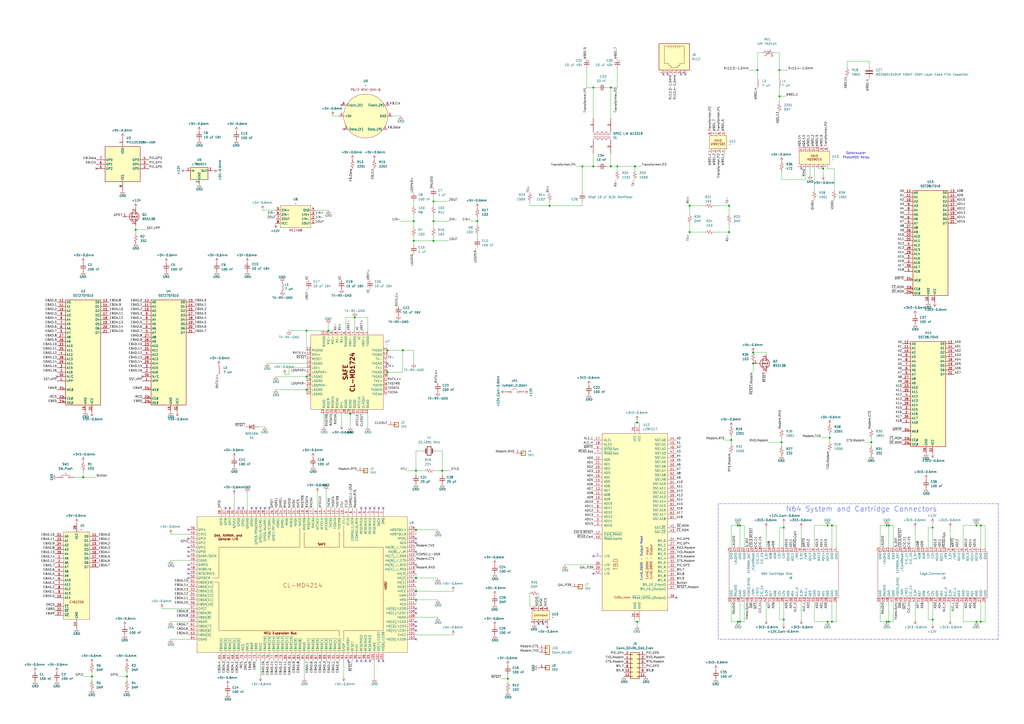
<source format=kicad_sch>
(kicad_sch (version 20250114) (generator "eeschema") (generator_version "9.0")
  (paper "A2")
  (lib_symbols
    (symbol "!Sharkwire:AQS901S"
      (property "Reference" "U" (at -11.176 0 0))
      (symbol "AQS901S_0_0"
        (pin unspecified line (at -7.62 6.35 270) (length 2.54) (name "") (number "14"))
        (pin unspecified line (at -7.62 -6.35 90) (length 2.54) (name "") (number "1"))
        (pin unspecified line (at -5.08 6.35 270) (length 2.54) (name "") (number "13"))
        (pin unspecified line (at -5.08 -6.35 90) (length 2.54) (name "") (number "2"))
        (pin unspecified line (at -2.54 6.35 270) (length 2.54) (name "") (number "12"))
        (pin unspecified line (at -2.54 -6.35 90) (length 2.54) (name "") (number "3"))
        (pin unspecified line (at 0 6.35 270) (length 2.54) (name "") (number "11"))
        (pin unspecified line (at 0 -6.35 90) (length 2.54) (name "") (number "4"))
        (pin unspecified line (at 2.54 6.35 270) (length 2.54) (name "") (number "10"))
        (pin unspecified line (at 2.54 -6.35 90) (length 2.54) (name "") (number "5"))
        (pin unspecified line (at 5.08 6.35 270) (length 2.54) (name "") (number "9"))
        (pin unspecified line (at 5.08 -6.35 90) (length 2.54) (name "") (number "6"))
        (pin unspecified line (at 7.62 6.35 270) (length 2.54) (name "") (number "8"))
        (pin unspecified line (at 7.62 -6.35 90) (length 2.54) (name "") (number "7"))
      )
      (symbol "AQS901S_1_1"
        (text "NAIS\nAQS901S" (at 0 0 0) (effects (font (size 1.27 1.27))))
      )
    )
    (symbol "!Sharkwire:CL-MD4214-22SC-A"
      (property "Reference" "U10" (at -0.762 6.858 0))
      (property "Value" "~" (at 0 86.36 0))
      (symbol "CL-MD4214-22SC-A_0_0"
        (pin bidirectional line (at -66.04 31.75 0) (length 5.08) (name "HD[5]/LED5") (number "103"))
        (pin power_in line (at -66.04 29.21 0) (length 5.08) (name "CVCC") (number "104"))
        (pin bidirectional line (at -66.04 26.67 0) (length 5.08) (name "HD[4]/LED4") (number "105"))
        (pin bidirectional line (at -66.04 24.13 0) (length 5.08) (name "HD[3]/LED3") (number "106"))
        (pin bidirectional line (at -66.04 21.59 0) (length 5.08) (name "HD[2]/LED2") (number "107"))
        (pin power_in line (at -66.04 19.05 0) (length 5.08) (name "HGND") (number "108"))
        (pin bidirectional line (at -66.04 16.51 0) (length 5.08) (name "HD[1]/LED1") (number "109"))
        (pin bidirectional line (at -66.04 13.97 0) (length 5.08) (name "HD[0]/LED0") (number "110"))
        (pin input line (at -66.04 11.43 0) (length 5.08) (name "HCS") (number "111"))
        (pin input line (at -66.04 8.89 0) (length 5.08) (name "HRD") (number "112"))
        (pin input line (at -66.04 6.35 0) (length 5.08) (name "HWR") (number "113"))
        (pin power_in line (at -66.04 3.81 0) (length 5.08) (name "HVCC") (number "114"))
        (pin input line (at -66.04 1.27 0) (length 5.08) (name "HA[0]") (number "115"))
        (pin input line (at -66.04 -1.27 0) (length 5.08) (name "HA[1]") (number "116"))
        (pin input line (at -66.04 -3.81 0) (length 5.08) (name "HA[2]") (number "117"))
        (pin input line (at -66.04 -6.35 0) (length 5.08) (name "HA[3]") (number "118"))
        (pin bidirectional line (at -66.04 -8.89 0) (length 5.08) (name "HA[4]_/_RXD") (number "119"))
        (pin bidirectional line (at -66.04 -11.43 0) (length 5.08) (name "HA[5]_/_DCD") (number "120"))
        (pin bidirectional line (at -66.04 -13.97 0) (length 5.08) (name "HA[6]_/_CTS") (number "121"))
        (pin bidirectional line (at -66.04 -16.51 0) (length 5.08) (name "HA[7]_/_DSR") (number "122"))
        (pin bidirectional line (at -66.04 -19.05 0) (length 5.08) (name "HA[8]_/_RI") (number "123"))
        (pin bidirectional line (at -66.04 -21.59 0) (length 5.08) (name "HA[9]_/_TXD") (number "124"))
        (pin input line (at -66.04 -24.13 0) (length 5.08) (name "AEN") (number "125"))
        (pin input line (at -66.04 -26.67 0) (length 5.08) (name "TP[0]") (number "126"))
        (pin input line (at -66.04 -29.21 0) (length 5.08) (name "HOSTSEL0") (number "127"))
        (pin bidirectional line (at -46.99 44.45 270) (length 5.08) (name "HD[6]/LED6") (number "102"))
        (pin output line (at -46.99 -44.45 90) (length 5.08) (name "DRQ") (number "1"))
        (pin bidirectional line (at -44.45 44.45 270) (length 5.08) (name "HD[7]/LED7") (number "101"))
        (pin input line (at -44.45 -44.45 90) (length 5.08) (name "DACK") (number "2"))
        (pin power_in line (at -41.91 44.45 270) (length 5.08) (name "HGND") (number "100"))
        (pin output line (at -41.91 -44.45 90) (length 5.08) (name "RESERVED") (number "3"))
        (pin output line (at -39.37 44.45 270) (length 5.08) (name "RESERVED") (number "99"))
        (pin input line (at -39.37 -44.45 90) (length 5.08) (name "RESERVED") (number "4"))
        (pin output line (at -36.83 44.45 270) (length 5.08) (name "RESERVED") (number "98"))
        (pin output line (at -36.83 -44.45 90) (length 5.08) (name "RESERVED") (number "5"))
        (pin output line (at -34.29 44.45 270) (length 5.08) (name "RESERVED") (number "97"))
        (pin input line (at -34.29 -44.45 90) (length 5.08) (name "RESERVED") (number "6"))
        (pin output line (at -31.75 44.45 270) (length 5.08) (name "HINT") (number "96"))
        (pin input line (at -31.75 -44.45 90) (length 5.08) (name "COMSEL0/RTS") (number "7"))
        (pin input line (at -29.21 44.45 270) (length 5.08) (name "RESET") (number "95"))
        (pin input line (at -29.21 -44.45 90) (length 5.08) (name "COMSEL1/DTR") (number "8"))
        (pin output line (at -26.67 44.45 270) (length 5.08) (name "IOCHRDY") (number "94"))
        (pin output line (at -26.67 -44.45 90) (length 5.08) (name "XTLO") (number "9"))
        (pin input line (at -24.13 44.45 270) (length 5.08) (name "STOP") (number "93"))
        (pin input line (at -24.13 -44.45 90) (length 5.08) (name "XTLI") (number "10"))
        (pin output line (at -21.59 44.45 270) (length 5.08) (name "EBAD[0]") (number "92"))
        (pin output line (at -21.59 -44.45 90) (length 5.08) (name "TXSTRB") (number "11"))
        (pin output line (at -19.05 44.45 270) (length 5.08) (name "EBAD[1]") (number "91"))
        (pin output line (at -19.05 -44.45 90) (length 5.08) (name "TXDATA") (number "12"))
        (pin output line (at -16.51 44.45 270) (length 5.08) (name "EBAD[2]") (number "90"))
        (pin output line (at -16.51 -44.45 90) (length 5.08) (name "TXENA") (number "13"))
        (pin output line (at -13.97 44.45 270) (length 5.08) (name "EBAD[3]") (number "89"))
        (pin power_in line (at -13.97 -44.45 90) (length 5.08) (name "AFEGND") (number "14"))
        (pin output line (at -11.43 44.45 270) (length 5.08) (name "EBAD[4]") (number "88"))
        (pin output line (at -11.43 -44.45 90) (length 5.08) (name "AFECLK") (number "15"))
        (pin output line (at -8.89 44.45 270) (length 5.08) (name "EBAD[5]") (number "87"))
        (pin power_in line (at -8.89 -44.45 90) (length 5.08) (name "AFEVCC") (number "16"))
        (pin output line (at -6.35 44.45 270) (length 5.08) (name "EBAD[6]") (number "86"))
        (pin input line (at -6.35 -44.45 90) (length 5.08) (name "RXENA") (number "17"))
        (pin output line (at -3.81 44.45 270) (length 5.08) (name "EBAD[7]") (number "85"))
        (pin input line (at -3.81 -44.45 90) (length 5.08) (name "RXDATA") (number "18"))
        (pin power_in line (at -1.27 44.45 270) (length 5.08) (name "MGND") (number "84"))
        (pin output line (at -1.27 -44.45 90) (length 5.08) (name "RXSTRB") (number "19"))
        (pin output line (at 1.27 44.45 270) (length 5.08) (name "EBAD[8]") (number "83"))
        (pin output line (at 1.27 -44.45 90) (length 5.08) (name "NVCS") (number "20"))
        (pin output line (at 3.81 44.45 270) (length 5.08) (name "EBAD[9]") (number "82"))
        (pin output line (at 3.81 -44.45 90) (length 5.08) (name "NVSK") (number "21"))
        (pin output line (at 6.35 44.45 270) (length 5.08) (name "EBAD[10]") (number "81"))
        (pin bidirectional line (at 6.35 -44.45 90) (length 5.08) (name "NVDIO") (number "22"))
        (pin output line (at 8.89 44.45 270) (length 5.08) (name "EBAD[11]") (number "80"))
        (pin input line (at 8.89 -44.45 90) (length 5.08) (name "RING") (number "23"))
        (pin output line (at 11.43 44.45 270) (length 5.08) (name "EBAD[12]") (number "79"))
        (pin output line (at 11.43 -44.45 90) (length 5.08) (name "OHREL") (number "24"))
        (pin output line (at 13.97 44.45 270) (length 5.08) (name "EBAD[13]") (number "78"))
        (pin output line (at 13.97 -44.45 90) (length 5.08) (name "VOREL") (number "25"))
        (pin output line (at 16.51 44.45 270) (length 5.08) (name "EBAD[14]") (number "77"))
        (pin output line (at 16.51 -44.45 90) (length 5.08) (name "GPO7/PFLASH") (number "26"))
        (pin output line (at 19.05 44.45 270) (length 5.08) (name "EBAD[15]") (number "76"))
        (pin output line (at 19.05 -44.45 90) (length 5.08) (name "FPO6/CIDREL") (number "27"))
        (pin output line (at 21.59 44.45 270) (length 5.08) (name "EBAD[16]") (number "75"))
        (pin output line (at 21.59 -44.45 90) (length 5.08) (name "GPO5/AUXREL") (number "28"))
        (pin power_in line (at 24.13 44.45 270) (length 5.08) (name "MVCC") (number "74"))
        (pin output line (at 24.13 -44.45 90) (length 5.08) (name "GPO4/A/A1REL") (number "29"))
        (pin output line (at 26.67 44.45 270) (length 5.08) (name "EBRD") (number "73"))
        (pin output line (at 26.67 -44.45 90) (length 5.08) (name "GPO3/POWERON") (number "30"))
        (pin output line (at 29.21 44.45 270) (length 5.08) (name "EBWR") (number "72"))
        (pin output line (at 29.21 -44.45 90) (length 5.08) (name "GPO2") (number "31"))
        (pin output line (at 31.75 44.45 270) (length 5.08) (name "DRCS") (number "71"))
        (pin power_in line (at 31.75 -44.45 90) (length 5.08) (name "GPGND") (number "32"))
        (pin output line (at 34.29 44.45 270) (length 5.08) (name "IRCS") (number "70"))
        (pin output line (at 34.29 -44.45 90) (length 5.08) (name "GPO1") (number "33"))
        (pin bidirectional line (at 36.83 44.45 270) (length 5.08) (name "EBDA[0]") (number "69"))
        (pin output line (at 36.83 -44.45 90) (length 5.08) (name "GPO0") (number "34"))
        (pin bidirectional line (at 39.37 44.45 270) (length 5.08) (name "EBDA[1]") (number "68"))
        (pin power_in line (at 39.37 -44.45 90) (length 5.08) (name "GPVCC") (number "35"))
        (pin bidirectional line (at 41.91 44.45 270) (length 5.08) (name "EBDA[2]") (number "67"))
        (pin input line (at 41.91 -44.45 90) (length 5.08) (name "GPI7") (number "36"))
        (pin bidirectional line (at 44.45 44.45 270) (length 5.08) (name "EBDA[3]") (number "66"))
        (pin input line (at 44.45 -44.45 90) (length 5.08) (name "GPI6") (number "37"))
        (pin bidirectional line (at 46.99 44.45 270) (length 5.08) (name "EBDA[4]") (number "65"))
        (pin input line (at 46.99 -44.45 90) (length 5.08) (name "GPI5") (number "38"))
        (pin power_in line (at 66.04 31.75 180) (length 5.08) (name "CGND") (number "64"))
        (pin bidirectional line (at 66.04 29.21 180) (length 5.08) (name "EBDA[5]") (number "63"))
        (pin bidirectional line (at 66.04 26.67 180) (length 5.08) (name "EBDA[6]") (number "62"))
        (pin bidirectional line (at 66.04 24.13 180) (length 5.08) (name "EBDA[7]") (number "61"))
        (pin power_in line (at 66.04 21.59 180) (length 5.08) (name "MGND") (number "60"))
        (pin bidirectional line (at 66.04 19.05 180) (length 5.08) (name "EBDA[8]") (number "59"))
        (pin bidirectional line (at 66.04 16.51 180) (length 5.08) (name "EBDA[9]") (number "58"))
        (pin power_in line (at 66.04 13.97 180) (length 5.08) (name "CVCC") (number "57"))
        (pin bidirectional line (at 66.04 11.43 180) (length 5.08) (name "EBDA[10]") (number "56"))
        (pin bidirectional line (at 66.04 8.89 180) (length 5.08) (name "EBDA[11]") (number "55"))
        (pin bidirectional line (at 66.04 6.35 180) (length 5.08) (name "EBDA[12]") (number "54"))
        (pin bidirectional line (at 66.04 3.81 180) (length 5.08) (name "EBDA[13]") (number "53"))
        (pin bidirectional line (at 66.04 1.27 180) (length 5.08) (name "EBDA[14]") (number "52"))
        (pin bidirectional line (at 66.04 -1.27 180) (length 5.08) (name "EBDA[15]") (number "51"))
        (pin output line (at 66.04 -3.81 180) (length 5.08) (name "GPIOEM") (number "50"))
        (pin input line (at 66.04 -6.35 180) (length 5.08) (name "RESERVED") (number "49"))
        (pin output line (at 66.04 -8.89 180) (length 5.08) (name "DEBR/W") (number "48"))
        (pin output line (at 66.04 -11.43 180) (length 5.08) (name "DIRCS") (number "47"))
        (pin power_in line (at 66.04 -13.97 180) (length 5.08) (name "CGND") (number "46"))
        (pin output line (at 66.04 -16.51 180) (length 5.08) (name "DADR/DATA") (number "45"))
        (pin input line (at 66.04 -19.05 180) (length 5.08) (name "GPI0") (number "44"))
        (pin input line (at 66.04 -21.59 180) (length 5.08) (name "GPI1") (number "43"))
        (pin input line (at 66.04 -24.13 180) (length 5.08) (name "GPI2") (number "42"))
        (pin input line (at 66.04 -26.67 180) (length 5.08) (name "GPI3") (number "41"))
        (pin power_in line (at 66.04 -29.21 180) (length 5.08) (name "CVCC") (number "40"))
        (pin input line (at 66.04 -31.75 180) (length 5.08) (name "GPI4") (number "39"))
      )
      (symbol "CL-MD4214-22SC-A_1_0"
        (pin input line (at -66.04 -31.75 0) (length 5.08) (name "HOSTSEL1") (number "128"))
      )
      (symbol "CL-MD4214-22SC-A_1_1"
        (text "HOST" (at -48.514 0.508 900) (effects (font (size 1.27 1.27) (thickness 0.254) (bold yes))))
        (text "SAFE" (at -11.43 -23.368 0) (effects (font (size 1.27 1.27) (thickness 0.254) (bold yes))))
        (text "CL-MD4214" (at -0.254 0.508 0) (effects (font (size 2.54 2.54))))
        (text "MCU Expansion Bus" (at 12.7 28.194 0) (effects (font (size 1.27 1.27) (thickness 0.254) (bold yes))))
        (text "DAA, NVRAM, and\nGeneral I/O" (at 42.926 -27.432 0) (effects (font (size 1.27 1.27) (thickness 0.254) (bold yes))))
      )
    )
    (symbol "!Sharkwire:CY62256"
      (property "Reference" "U9" (at 2.1433 29.21 0))
      (property "Value" "~" (at 2.1433 26.67 0))
      (symbol "CY62256_0_0"
        (pin input line (at -12.7 20.32 0) (length 5.08) (name "A1") (number "23"))
        (pin input line (at -12.7 17.78 0) (length 5.08) (name "A2") (number "24"))
        (pin input line (at -12.7 15.24 0) (length 5.08) (name "A3") (number "25"))
        (pin input line (at -12.7 12.7 0) (length 5.08) (name "A4") (number "26"))
        (pin input line (at -12.7 10.16 0) (length 5.08) (name "A5") (number "1"))
        (pin input line (at -12.7 7.62 0) (length 5.08) (name "A6") (number "2"))
        (pin input line (at -12.7 5.08 0) (length 5.08) (name "A7") (number "3"))
        (pin input line (at -12.7 2.54 0) (length 5.08) (name "A8") (number "4"))
        (pin input line (at -12.7 0 0) (length 5.08) (name "A9") (number "5"))
        (pin input line (at -12.7 -2.54 0) (length 5.08) (name "A10") (number "6"))
        (pin input line (at -12.7 -5.08 0) (length 5.08) (name "A11") (number "7"))
        (pin input line (at -12.7 -7.62 0) (length 5.08) (name "A12") (number "8"))
        (pin input line (at -12.7 -10.16 0) (length 5.08) (name "A13") (number "9"))
        (pin input line (at -12.7 -12.7 0) (length 5.08) (name "A14") (number "10"))
        (pin input line (at -12.7 -17.78 0) (length 5.08) (name "~{CE}") (number "20"))
        (pin input line (at -12.7 -20.32 0) (length 5.08) (name "~{OE}") (number "22"))
        (pin input line (at -12.7 -22.86 0) (length 5.08) (name "~{WE}") (number "27"))
        (pin power_in line (at 0 30.48 270) (length 5.08) (name "VCC") (number "28"))
        (pin power_in line (at 0 -30.48 90) (length 5.08) (name "GND") (number "14"))
        (pin bidirectional line (at 12.7 22.86 180) (length 5.08) (name "D0") (number "11"))
        (pin bidirectional line (at 12.7 20.32 180) (length 5.08) (name "D1") (number "12"))
        (pin bidirectional line (at 12.7 17.78 180) (length 5.08) (name "D2") (number "13"))
        (pin bidirectional line (at 12.7 15.24 180) (length 5.08) (name "D3") (number "15"))
        (pin bidirectional line (at 12.7 12.7 180) (length 5.08) (name "D4") (number "16"))
        (pin bidirectional line (at 12.7 10.16 180) (length 5.08) (name "D5") (number "17"))
        (pin bidirectional line (at 12.7 7.62 180) (length 5.08) (name "D6") (number "18"))
        (pin bidirectional line (at 12.7 5.08 180) (length 5.08) (name "D7") (number "19"))
      )
      (symbol "CY62256_1_0"
        (pin input line (at -12.7 22.86 0) (length 5.08) (name "A0") (number "21"))
      )
      (symbol "CY62256_1_1"
        (text "CY62256" (at 0 -15.24 0) (effects (font (size 1.27 1.27))))
      )
    )
    (symbol "!Sharkwire:DIP-8"
      (property "Reference" "U" (at -6.35 -0.254 0))
      (symbol "DIP-8_0_0"
        (pin passive line (at -3.81 5.08 270) (length 2.54) (name "") (number "8"))
        (pin passive line (at -3.81 -5.08 90) (length 2.54) (name "") (number "1"))
        (pin passive line (at -1.27 5.08 270) (length 2.54) (name "") (number "7"))
        (pin passive line (at -1.27 -5.08 90) (length 2.54) (name "") (number "2"))
        (pin passive line (at 1.27 5.08 270) (length 2.54) (name "") (number "6"))
        (pin passive line (at 1.27 -5.08 90) (length 2.54) (name "") (number "3"))
        (pin passive line (at 3.81 5.08 270) (length 2.54) (name "") (number "5"))
        (pin passive line (at 3.81 -5.08 90) (length 2.54) (name "") (number "4"))
      )
      (symbol "DIP-8_1_1"
        (text "Unknown" (at 0 0 0) (effects (font (size 1.27 1.27))))
      )
    )
    (symbol "!Sharkwire:LZ9FC17" (pin_names (offset 1.016))
      (property "Reference" "U12" (at 3.4133 54.61 0))
      (property "Value" "LZ9FC17" (at 3.4133 52.07 0))
      (symbol "LZ9FC17_1_1"
        (text "TBD" (at -12.446 -26.416 900) (effects (font (size 2.54 2.54))))
        (text "1x5x_xxxx" (at -8.636 -45.466 0) (effects (font (size 1.27 1.27))))
        (text "1x40_0000 - Input" (at 5.842 -25.654 900) (effects (font (size 1.27 1.27))))
        (text "1x40_0800 - Output" (at 8.128 -24.892 900) (effects (font (size 1.27 1.27))))
        (pin input line (at -25.4 45.72 0) (length 5.08) (name "ALEL") (number "17"))
        (pin input line (at -25.4 43.18 0) (length 5.08) (name "ALEH") (number "18"))
        (pin input line (at -25.4 40.64 0) (length 5.08) (name "~{Write}.Sys") (number "6"))
        (pin input line (at -25.4 38.1 0) (length 5.08) (name "~{Read}.Sys") (number "7"))
        (pin bidirectional line (at -25.4 34.29 0) (length 5.08) (name "AD0") (number "22"))
        (pin bidirectional line (at -25.4 31.75 0) (length 5.08) (name "AD1") (number "21"))
        (pin bidirectional line (at -25.4 29.21 0) (length 5.08) (name "AD2") (number "20"))
        (pin bidirectional line (at -25.4 26.67 0) (length 5.08) (name "AD3") (number "19"))
        (pin bidirectional line (at -25.4 24.13 0) (length 5.08) (name "AD4") (number "16"))
        (pin bidirectional line (at -25.4 21.59 0) (length 5.08) (name "AD5") (number "15"))
        (pin bidirectional line (at -25.4 19.05 0) (length 5.08) (name "AD6") (number "14"))
        (pin bidirectional line (at -25.4 16.51 0) (length 5.08) (name "AD7") (number "13"))
        (pin bidirectional line (at -25.4 13.97 0) (length 5.08) (name "AD8") (number "11"))
        (pin bidirectional line (at -25.4 11.43 0) (length 5.08) (name "AD9") (number "10"))
        (pin bidirectional line (at -25.4 8.89 0) (length 5.08) (name "AD10") (number "9"))
        (pin bidirectional line (at -25.4 6.35 0) (length 5.08) (name "AD11") (number "8"))
        (pin bidirectional line (at -25.4 3.81 0) (length 5.08) (name "AD12") (number "5"))
        (pin bidirectional line (at -25.4 1.27 0) (length 5.08) (name "AD13") (number "4"))
        (pin bidirectional line (at -25.4 -1.27 0) (length 5.08) (name "AD14") (number "3"))
        (pin bidirectional line (at -25.4 -3.81 0) (length 5.08) (name "AD15") (number "2"))
        (pin input line (at -25.4 -8.89 0) (length 5.08) (name "~{Cold_Reset}") (number "12"))
        (pin output line (at -25.4 -11.43 0) (length 5.08) (name "~{Read}.Game") (number "40"))
        (pin tri_state line (at -25.4 -21.59 0) (length 5.08) (name "I/O") (number "1"))
        (pin tri_state line (at -25.4 -26.67 0) (length 5.08) (name "I/O") (number "36"))
        (pin tri_state line (at -25.4 -29.21 0) (length 5.08) (name "I/O") (number "39"))
        (pin tri_state line (at -25.4 -31.75 0) (length 5.08) (name "I/O") (number "42"))
        (pin power_in line (at -1.27 54.61 270) (length 5.08) (name "VCC") (number "25"))
        (pin power_in line (at -1.27 -58.42 90) (length 5.08) (name "GND") (number "26"))
        (pin power_in line (at 1.27 54.61 270) (length 5.08) (name "VCC") (number "57"))
        (pin tri_state line (at 1.27 -58.42 90) (length 5.08) (name "GND") (number "58"))
        (pin output line (at 22.86 45.72 180) (length 5.08) (name "SST.A0") (number "44"))
        (pin output line (at 22.86 43.18 180) (length 5.08) (name "SST.A1") (number "45"))
        (pin output line (at 22.86 40.64 180) (length 5.08) (name "SST.A2") (number "46"))
        (pin output line (at 22.86 38.1 180) (length 5.08) (name "SST.A3") (number "47"))
        (pin output line (at 22.86 35.56 180) (length 5.08) (name "SST.A4") (number "48"))
        (pin output line (at 22.86 33.02 180) (length 5.08) (name "SST.A5") (number "49"))
        (pin output line (at 22.86 30.48 180) (length 5.08) (name "SST.A6") (number "50"))
        (pin output line (at 22.86 27.94 180) (length 5.08) (name "SST.A7") (number "51"))
        (pin output line (at 22.86 25.4 180) (length 5.08) (name "SST.A8") (number "52"))
        (pin output line (at 22.86 22.86 180) (length 5.08) (name "SST.A9") (number "53"))
        (pin output line (at 22.86 20.32 180) (length 5.08) (name "SST.A10") (number "54"))
        (pin output line (at 22.86 17.78 180) (length 5.08) (name "SST.A11") (number "55"))
        (pin output line (at 22.86 15.24 180) (length 5.08) (name "SST.A12") (number "56"))
        (pin output line (at 22.86 12.7 180) (length 5.08) (name "SST.A13") (number "59"))
        (pin output line (at 22.86 10.16 180) (length 5.08) (name "SST.A14") (number "60"))
        (pin output line (at 22.86 7.62 180) (length 5.08) (name "SST.A15") (number "61"))
        (pin output line (at 22.86 5.08 180) (length 5.08) (name "SST.A16") (number "62"))
        (pin output line (at 22.86 2.54 180) (length 5.08) (name "SST.A17") (number "63"))
        (pin output line (at 22.86 0 180) (length 5.08) (name "SST.A18") (number "64"))
        (pin output line (at 22.86 -5.08 180) (length 5.08) (name "SST.~{OE}") (number "41"))
        (pin output line (at 22.86 -7.62 180) (length 5.08) (name "SST.~{CE}") (number "43"))
        (pin bidirectional line (at 22.86 -12.7 180) (length 5.08) (name "Bit_0") (number "24"))
        (pin bidirectional line (at 22.86 -15.24 180) (length 5.08) (name "Bit_1") (number "27"))
        (pin bidirectional line (at 22.86 -17.78 180) (length 5.08) (name "Bit_2") (number "28"))
        (pin bidirectional line (at 22.86 -20.32 180) (length 5.08) (name "Bit_3") (number "29"))
        (pin bidirectional line (at 22.86 -22.86 180) (length 5.08) (name "Bit_4") (number "30"))
        (pin bidirectional line (at 22.86 -25.4 180) (length 5.08) (name "Bit_5") (number "31"))
        (pin bidirectional line (at 22.86 -27.94 180) (length 5.08) (name "Bit_6") (number "32"))
        (pin bidirectional line (at 22.86 -30.48 180) (length 5.08) (name "Bit_7") (number "33"))
        (pin bidirectional line (at 22.86 -33.02 180) (length 5.08) (name "Bit_8") (number "34"))
        (pin bidirectional line (at 22.86 -35.56 180) (length 5.08) (name "Bit_9") (number "35"))
        (pin input line (at 22.86 -38.1 180) (length 5.08) (name "Bit_10_(Input)") (number "23"))
        (pin output line (at 22.86 -40.64 180) (length 5.08) (name "Bit_10_(Output)") (number "37"))
        (pin output line (at 22.86 -45.72 180) (length 5.08) (name "~{Read}|~{Write}_(Output)") (number "38"))
      )
    )
    (symbol "!Sharkwire:MC1458"
      (property "Reference" "U" (at 0 0 0))
      (symbol "MC1458_0_0"
        (pin output line (at -11.43 3.81 0) (length 2.54) (name "1OUT") (number "1"))
        (pin input line (at -11.43 1.27 0) (length 2.54) (name "1IN-") (number "2"))
        (pin input line (at -11.43 -1.27 0) (length 2.54) (name "1IN+") (number "3"))
        (pin power_in line (at -11.43 -3.81 0) (length 2.54) (name "GND") (number "4"))
        (pin power_out line (at 11.43 3.81 180) (length 2.54) (name "VCC") (number "8"))
        (pin output line (at 11.43 1.27 180) (length 2.54) (name "2OUT") (number "7"))
        (pin input line (at 11.43 -1.27 180) (length 2.54) (name "2IN-") (number "6"))
        (pin input line (at 11.43 -3.81 180) (length 2.54) (name "2IN+") (number "5"))
      )
      (symbol "MC1458_1_1"
        (text "MC1458" (at 0 7.874 0) (effects (font (size 1.27 1.27))))
      )
    )
    (symbol "!Sharkwire:MD1724-11VC-D"
      (property "Reference" "U" (at -0.254 -4.318 0))
      (symbol "MD1724-11VC-D_0_0"
        (pin power_in line (at -24.13 12.7 0) (length 2.54) (name "TXGND") (number "1"))
        (pin power_in line (at -24.13 10.16 0) (length 2.54) (name "VREF+") (number "2"))
        (pin power_in line (at -24.13 7.62 0) (length 2.54) (name "VC") (number "3"))
        (pin power_in line (at -24.13 5.08 0) (length 2.54) (name "RXGND") (number "4"))
        (pin power_in line (at -24.13 2.54 0) (length 2.54) (name "VREF-") (number "5"))
        (pin power_in line (at -24.13 0 0) (length 2.54) (name "RXGND") (number "6"))
        (pin input line (at -24.13 -2.54 0) (length 2.54) (name "RX+") (number "7"))
        (pin input line (at -24.13 -5.08 0) (length 2.54) (name "RX-") (number "8"))
        (pin input line (at -24.13 -7.62 0) (length 2.54) (name "MIC+") (number "9"))
        (pin input line (at -24.13 -10.16 0) (length 2.54) (name "MIC-") (number "10"))
        (pin power_in line (at -24.13 -12.7 0) (length 2.54) (name "RXGND") (number "11"))
        (pin power_in line (at -12.7 24.13 270) (length 2.54) (name "TXGND") (number "44"))
        (pin power_in line (at -12.7 -22.86 90) (length 2.54) (name "RXGND") (number "12"))
        (pin power_in line (at -10.16 24.13 270) (length 2.54) (name "TXGND") (number "43"))
        (pin power_in line (at -10.16 -22.86 90) (length 2.54) (name "RXV+") (number "13"))
        (pin output line (at -7.62 24.13 270) (length 2.54) (name "TX-") (number "42"))
        (pin input line (at -7.62 -22.86 90) (length 2.54) (name "RESET") (number "14"))
        (pin power_in line (at -5.08 24.13 270) (length 2.54) (name "TXGND") (number "41"))
        (pin power_in line (at -5.08 -22.86 90) (length 2.54) (name "LSGND") (number "15"))
        (pin output line (at -2.54 24.13 270) (length 2.54) (name "TX+") (number "40"))
        (pin power_in line (at -2.54 -22.86 90) (length 2.54) (name "LSV+") (number "16"))
        (pin power_in line (at 0 24.13 270) (length 2.54) (name "TXGND") (number "39"))
        (pin output line (at 0 -22.86 90) (length 2.54) (name "LDSPKR+") (number "17"))
        (pin power_in line (at 2.54 24.13 270) (length 2.54) (name "TXGND") (number "38"))
        (pin power_in line (at 2.54 -22.86 90) (length 2.54) (name "LSGND") (number "18"))
        (pin power_in line (at 5.08 24.13 270) (length 2.54) (name "TXV+") (number "37"))
        (pin power_in line (at 5.08 -22.86 90) (length 2.54) (name "LSGND") (number "19"))
        (pin input line (at 7.62 24.13 270) (length 2.54) (name "TXSTR") (number "36"))
        (pin output line (at 7.62 -22.86 90) (length 2.54) (name "LDSPKR-") (number "20"))
        (pin input line (at 10.16 24.13 270) (length 2.54) (name "TXDATA") (number "35"))
        (pin power_in line (at 10.16 -22.86 90) (length 2.54) (name "LSGND") (number "21"))
        (pin input line (at 12.7 24.13 270) (length 2.54) (name "TXENA") (number "34"))
        (pin power_in line (at 12.7 -22.86 90) (length 2.54) (name "LSGND") (number "22"))
        (pin power_in line (at 24.13 12.7 180) (length 2.54) (name "DGND") (number "33"))
        (pin power_in line (at 24.13 10.16 180) (length 2.54) (name "CLKOUT") (number "32"))
        (pin input line (at 24.13 7.62 180) (length 2.54) (name "AFECLK") (number "31"))
        (pin power_in line (at 24.13 5.08 180) (length 2.54) (name "DGND") (number "30"))
        (pin power_in line (at 24.13 2.54 180) (length 2.54) (name "DGND") (number "29"))
        (pin power_in line (at 24.13 0 180) (length 2.54) (name "DGND") (number "28"))
        (pin power_in line (at 24.13 -2.54 180) (length 2.54) (name "DV+") (number "27"))
        (pin output line (at 24.13 -5.08 180) (length 2.54) (name "RXENA") (number "26"))
        (pin output line (at 24.13 -7.62 180) (length 2.54) (name "RXDATA") (number "25"))
        (pin input line (at 24.13 -10.16 180) (length 2.54) (name "RXSTR") (number "24"))
        (pin power_in line (at 24.13 -12.7 180) (length 2.54) (name "DGND") (number "23"))
      )
      (symbol "MD1724-11VC-D_1_1"
        (text "SAFE\nCL-MD1724" (at 0 1.778 0) (effects (font (size 2.54 2.54) (thickness 0.508) (bold yes))))
      )
    )
    (symbol "!Sharkwire:PS/2_Mini-DIN-6"
      (property "Reference" "U" (at 0 0 0))
      (symbol "PS/2_Mini-DIN-6_0_0"
        (pin power_in line (at -15.24 0 0) (length 2.54) (name "+5V") (number "4"))
        (pin input line (at -13.97 6.35 0) (length 2.54) (name "Clock_(K)") (number "6"))
        (pin output line (at -12.7 -7.62 0) (length 2.54) (name "Data_(K)") (number "2"))
        (pin output line (at 12.7 -7.62 180) (length 2.54) (name "Data_(M)") (number "1"))
        (pin input line (at 13.97 6.35 180) (length 2.54) (name "Clock_(M)") (number "5"))
        (pin power_in line (at 15.24 0 180) (length 2.54) (name "GND") (number "3"))
      )
      (symbol "PS/2_Mini-DIN-6_1_1"
        (text "PS/2 Mini-DIN-6" (at 0 15.24 0) (effects (font (size 1.27 1.27))))
      )
    )
    (symbol "!Sharkwire:SST27SF010"
      (property "Reference" "U7" (at 0 36.83 0))
      (property "Value" "SST27SF010" (at 0 34.29 0))
      (symbol "SST27SF010_1_1"
        (pin input line (at -15.24 30.48 0) (length 5.08) (name "A0") (number "12"))
        (pin input line (at -15.24 27.94 0) (length 5.08) (name "A1") (number "11"))
        (pin input line (at -15.24 25.4 0) (length 5.08) (name "A2") (number "10"))
        (pin input line (at -15.24 22.86 0) (length 5.08) (name "A3") (number "9"))
        (pin input line (at -15.24 20.32 0) (length 5.08) (name "A4") (number "8"))
        (pin input line (at -15.24 17.78 0) (length 5.08) (name "A5") (number "7"))
        (pin input line (at -15.24 15.24 0) (length 5.08) (name "A6") (number "6"))
        (pin input line (at -15.24 12.7 0) (length 5.08) (name "A7") (number "5"))
        (pin input line (at -15.24 10.16 0) (length 5.08) (name "A8") (number "27"))
        (pin input line (at -15.24 7.62 0) (length 5.08) (name "A9") (number "26"))
        (pin input line (at -15.24 5.08 0) (length 5.08) (name "A10") (number "23"))
        (pin input line (at -15.24 2.54 0) (length 5.08) (name "A11") (number "25"))
        (pin input line (at -15.24 0 0) (length 5.08) (name "A12") (number "4"))
        (pin input line (at -15.24 -2.54 0) (length 5.08) (name "A13") (number "28"))
        (pin input line (at -15.24 -5.08 0) (length 5.08) (name "A14") (number "29"))
        (pin input line (at -15.24 -7.62 0) (length 5.08) (name "A15") (number "3"))
        (pin input line (at -15.24 -10.16 0) (length 5.08) (name "A16") (number "2"))
        (pin passive line (at -15.24 -12.7 0) (length 5.08) (name "N/C") (number "30"))
        (pin power_in line (at -15.24 -15.24 0) (length 5.08) (name "VPP") (number "1"))
        (pin input input_low (at -15.24 -20.32 0) (length 5.08) (name "WE#") (number "31"))
        (pin input input_low (at -15.24 -25.4 0) (length 5.08) (name "CE#") (number "22"))
        (pin input input_low (at -15.24 -27.94 0) (length 5.08) (name "OE#") (number "24"))
        (pin power_in line (at 1.27 -33.02 90) (length 3.81) (name "GND") (number "16"))
        (pin power_in line (at 5.08 -33.02 90) (length 3.81) (name "VCC") (number "32"))
        (pin tri_state line (at 15.24 30.48 180) (length 5.08) (name "D0") (number "13"))
        (pin tri_state line (at 15.24 27.94 180) (length 5.08) (name "D1") (number "14"))
        (pin tri_state line (at 15.24 25.4 180) (length 5.08) (name "D2") (number "15"))
        (pin tri_state line (at 15.24 22.86 180) (length 5.08) (name "D3") (number "17"))
        (pin tri_state line (at 15.24 20.32 180) (length 5.08) (name "D4") (number "18"))
        (pin tri_state line (at 15.24 17.78 180) (length 5.08) (name "D5") (number "19"))
        (pin tri_state line (at 15.24 15.24 180) (length 5.08) (name "D6") (number "20"))
        (pin tri_state line (at 15.24 12.7 180) (length 5.08) (name "D7") (number "21"))
      )
    )
    (symbol "!Sharkwire:SST28LF040"
      (property "Reference" "U6" (at 0 38.1 0))
      (property "Value" "SST28LF040" (at 0 35.56 0))
      (symbol "SST28LF040_1_1"
        (pin input line (at -15.24 30.48 0) (length 5.08) (name "A0") (number "12"))
        (pin input line (at -15.24 27.94 0) (length 5.08) (name "A1") (number "11"))
        (pin input line (at -15.24 25.4 0) (length 5.08) (name "A2") (number "10"))
        (pin input line (at -15.24 22.86 0) (length 5.08) (name "A3") (number "9"))
        (pin input line (at -15.24 20.32 0) (length 5.08) (name "A4") (number "8"))
        (pin input line (at -15.24 17.78 0) (length 5.08) (name "A5") (number "7"))
        (pin input line (at -15.24 15.24 0) (length 5.08) (name "A6") (number "6"))
        (pin input line (at -15.24 12.7 0) (length 5.08) (name "A7") (number "5"))
        (pin input line (at -15.24 10.16 0) (length 5.08) (name "A8") (number "27"))
        (pin input line (at -15.24 7.62 0) (length 5.08) (name "A9") (number "26"))
        (pin input line (at -15.24 5.08 0) (length 5.08) (name "A10") (number "23"))
        (pin input line (at -15.24 2.54 0) (length 5.08) (name "A11") (number "25"))
        (pin input line (at -15.24 0 0) (length 5.08) (name "A12") (number "4"))
        (pin input line (at -15.24 -2.54 0) (length 5.08) (name "A13") (number "28"))
        (pin input line (at -15.24 -5.08 0) (length 5.08) (name "A14") (number "29"))
        (pin input line (at -15.24 -7.62 0) (length 5.08) (name "A15") (number "3"))
        (pin input line (at -15.24 -10.16 0) (length 5.08) (name "A16") (number "2"))
        (pin input line (at -15.24 -12.7 0) (length 5.08) (name "A17") (number "30"))
        (pin input line (at -15.24 -15.24 0) (length 5.08) (name "A18") (number "1"))
        (pin input input_low (at -15.24 -20.32 0) (length 5.08) (name "WE#") (number "31"))
        (pin input input_low (at -15.24 -25.4 0) (length 5.08) (name "CE#") (number "22"))
        (pin input input_low (at -15.24 -27.94 0) (length 5.08) (name "OE#") (number "24"))
        (pin power_in line (at -1.27 -33.02 90) (length 3.81) (name "GND") (number "16"))
        (pin power_in line (at 2.54 -33.02 90) (length 3.81) (name "VCC") (number "32"))
        (pin tri_state line (at 15.24 30.48 180) (length 5.08) (name "D0") (number "13"))
        (pin tri_state line (at 15.24 27.94 180) (length 5.08) (name "D1") (number "14"))
        (pin tri_state line (at 15.24 25.4 180) (length 5.08) (name "D2") (number "15"))
        (pin tri_state line (at 15.24 22.86 180) (length 5.08) (name "D3") (number "17"))
        (pin tri_state line (at 15.24 20.32 180) (length 5.08) (name "D4") (number "18"))
        (pin tri_state line (at 15.24 17.78 180) (length 5.08) (name "D5") (number "19"))
        (pin tri_state line (at 15.24 15.24 180) (length 5.08) (name "D6") (number "20"))
        (pin tri_state line (at 15.24 12.7 180) (length 5.08) (name "D7") (number "21"))
      )
    )
    (symbol "!Sharkwire:W901SB1"
      (property "Reference" "U" (at -6.858 0 0))
      (symbol "W901SB1_0_0"
        (pin passive line (at -3.81 6.35 270) (length 2.54) (name "") (number "8"))
        (pin passive line (at -3.81 -6.35 90) (length 2.54) (name "") (number "1"))
        (pin passive line (at -1.27 6.35 270) (length 2.54) (name "") (number "7"))
        (pin passive line (at -1.27 -6.35 90) (length 2.54) (name "") (number "2"))
        (pin passive line (at 1.27 6.35 270) (length 2.54) (name "") (number "6"))
        (pin passive line (at 1.27 -6.35 90) (length 2.54) (name "") (number "3"))
        (pin passive line (at 3.81 6.35 270) (length 2.54) (name "") (number "5"))
        (pin passive line (at 3.81 -6.35 90) (length 2.54) (name "") (number "4"))
      )
      (symbol "W901SB1_1_1"
        (text "NAIS\nW901SB1" (at 0 0 0) (effects (font (size 1.27 1.27))))
      )
    )
    (symbol "Connector:RJ12" (pin_names (offset 1.016))
      (property "Reference" "J" (at -5.08 11.43 0))
      (property "Value" "RJ12" (at 2.54 11.43 0))
      (symbol "RJ12_1_1"
        (pin passive line (at 10.16 7.62 180) (length 2.54) (name "~") (number "6"))
        (pin passive line (at 10.16 5.08 180) (length 2.54) (name "~") (number "5"))
        (pin passive line (at 10.16 2.54 180) (length 2.54) (name "~") (number "4"))
        (pin passive line (at 10.16 0 180) (length 2.54) (name "~") (number "3"))
        (pin passive line (at 10.16 -2.54 180) (length 2.54) (name "~") (number "2"))
        (pin passive line (at 10.16 -5.08 180) (length 2.54) (name "~") (number "1"))
      )
    )
    (symbol "Connector_Generic:Conn_01x01" (pin_names (offset 1.016) (hide yes))
      (property "Reference" "J" (at 0 2.54 0))
      (property "Value" "Conn_01x01" (at 0 -2.54 0))
      (symbol "Conn_01x01_1_1"
        (pin passive line (at -5.08 0 0) (length 3.81) (name "Pin_1") (number "1"))
      )
    )
    (symbol "Connector_Generic:Conn_01x02" (pin_names (offset 1.016) (hide yes))
      (property "Reference" "J" (at 0 2.54 0))
      (property "Value" "Conn_01x02" (at 0 -5.08 0))
      (symbol "Conn_01x02_1_1"
        (pin passive line (at -5.08 0 0) (length 3.81) (name "Pin_1") (number "1"))
        (pin passive line (at -5.08 -2.54 0) (length 3.81) (name "Pin_2") (number "2"))
      )
    )
    (symbol "Connector_Generic:Conn_02x06_Odd_Even" (pin_names (offset 1.016) (hide yes))
      (property "Reference" "J" (at 1.27 7.62 0))
      (property "Value" "Conn_02x06_Odd_Even" (at 1.27 -10.16 0))
      (symbol "Conn_02x06_Odd_Even_1_1"
        (pin passive line (at -5.08 5.08 0) (length 3.81) (name "Pin_1") (number "1"))
        (pin passive line (at -5.08 2.54 0) (length 3.81) (name "Pin_3") (number "3"))
        (pin passive line (at -5.08 0 0) (length 3.81) (name "Pin_5") (number "5"))
        (pin passive line (at -5.08 -2.54 0) (length 3.81) (name "Pin_7") (number "7"))
        (pin passive line (at -5.08 -5.08 0) (length 3.81) (name "Pin_9") (number "9"))
        (pin passive line (at -5.08 -7.62 0) (length 3.81) (name "Pin_11") (number "11"))
        (pin passive line (at 7.62 5.08 180) (length 3.81) (name "Pin_2") (number "2"))
        (pin passive line (at 7.62 2.54 180) (length 3.81) (name "Pin_4") (number "4"))
        (pin passive line (at 7.62 0 180) (length 3.81) (name "Pin_6") (number "6"))
        (pin passive line (at 7.62 -2.54 180) (length 3.81) (name "Pin_8") (number "8"))
        (pin passive line (at 7.62 -5.08 180) (length 3.81) (name "Pin_10") (number "10"))
        (pin passive line (at 7.62 -7.62 180) (length 3.81) (name "Pin_12") (number "12"))
      )
    )
    (symbol "Device:C" (pin_numbers (hide yes)) (pin_names (offset 0.254))
      (property "Reference" "C" (at 0.635 2.54 0))
      (property "Value" "C" (at 0.635 -2.54 0))
      (symbol "C_1_1"
        (pin passive line (at 0 3.81 270) (length 2.794) (name "~") (number "1"))
        (pin passive line (at 0 -3.81 90) (length 2.794) (name "~") (number "2"))
      )
    )
    (symbol "Device:C_Polarized_Small_US" (pin_numbers (hide yes)) (pin_names (offset 0.254) (hide yes))
      (property "Reference" "C" (at 0.254 1.778 0))
      (property "Value" "C_Polarized_Small_US" (at 0.254 -2.032 0))
      (symbol "C_Polarized_Small_US_1_1"
        (pin passive line (at 0 2.54 270) (length 2.032) (name "~") (number "1"))
        (pin passive line (at 0 -2.54 90) (length 2.032) (name "~") (number "2"))
      )
    )
    (symbol "Device:C_Small" (pin_numbers (hide yes)) (pin_names (offset 0.254) (hide yes))
      (property "Reference" "C" (at 0.254 1.778 0))
      (property "Value" "C_Small" (at 0.254 -2.032 0))
      (symbol "C_Small_1_1"
        (pin passive line (at 0 2.54 270) (length 2.032) (name "~") (number "1"))
        (pin passive line (at 0 -2.54 90) (length 2.032) (name "~") (number "2"))
      )
    )
    (symbol "Device:Crystal" (pin_numbers (hide yes)) (pin_names (offset 1.016) (hide yes))
      (property "Reference" "Y" (at 0 3.81 0))
      (property "Value" "Crystal" (at 0 -3.81 0))
      (symbol "Crystal_1_1"
        (pin passive line (at -3.81 0 0) (length 1.27) (name "1") (number "1"))
        (pin passive line (at 3.81 0 180) (length 1.27) (name "2") (number "2"))
      )
    )
    (symbol "Device:L_Small" (pin_numbers (hide yes)) (pin_names (offset 0.254) (hide yes))
      (property "Reference" "L" (at 0.762 1.016 0))
      (property "Value" "L_Small" (at 0.762 -1.016 0))
      (symbol "L_Small_1_1"
        (pin passive line (at 0 2.54 270) (length 0.508) (name "~") (number "1"))
        (pin passive line (at 0 -2.54 90) (length 0.508) (name "~") (number "2"))
      )
    )
    (symbol "Device:R_Small_US" (pin_numbers (hide yes)) (pin_names (offset 0.254) (hide yes))
      (property "Reference" "R" (at 0.762 0.508 0))
      (property "Value" "R_Small_US" (at 0.762 -1.016 0))
      (symbol "R_Small_US_1_1"
        (pin passive line (at 0 2.54 270) (length 1.016) (name "~") (number "1"))
        (pin passive line (at 0 -2.54 90) (length 1.016) (name "~") (number "2"))
      )
    )
    (symbol "Device:Transformer_1P_1S" (pin_names (offset 1.016) (hide yes))
      (property "Reference" "T" (at 0 6.35 0))
      (property "Value" "Transformer_1P_1S" (at 0 -7.62 0))
      (symbol "Transformer_1P_1S_1_1"
        (pin passive line (at -10.16 5.08 0) (length 7.62) (name "AA") (number "1"))
        (pin passive line (at -10.16 -5.08 0) (length 7.62) (name "AB") (number "2"))
        (pin passive line (at 10.16 5.08 180) (length 7.62) (name "SB") (number "4"))
        (pin passive line (at 10.16 -5.08 180) (length 7.62) (name "SA") (number "3"))
      )
    )
    (symbol "Device:Varistor_US" (pin_numbers (hide yes)) (pin_names (offset 0))
      (property "Reference" "RV" (at 3.175 0 90))
      (property "Value" "Varistor_US" (at -3.175 0 90))
      (symbol "Varistor_US_0_0"
        (text "U" (at -1.778 -2.032 0) (effects (font (size 1.27 1.27))))
      )
      (symbol "Varistor_US_1_1"
        (pin passive line (at 0 3.81 270) (length 1.27) (name "~") (number "1"))
        (pin passive line (at 0 -3.81 90) (length 1.27) (name "~") (number "2"))
      )
    )
    (symbol "Diode:BAS16W" (pin_numbers (hide yes)) (pin_names (hide yes))
      (property "Reference" "D" (at 0 2.54 0))
      (property "Value" "BAS16W" (at 0 -2.54 0))
      (symbol "BAS16W_1_1"
        (pin passive line (at -3.81 0 0) (length 2.54) (name "K") (number "3"))
        (pin no_connect line (at -1.27 0 0) (length 2.54) (hide yes) (name "NC") (number "2"))
        (pin passive line (at 3.81 0 180) (length 2.54) (name "A") (number "1"))
      )
    )
    (symbol "Jumper:Jumper_2_Open" (pin_numbers (hide yes)) (pin_names (offset 0) (hide yes)) (exclude_from_sim yes)
      (property "Reference" "JP" (at 0 2.794 0))
      (property "Value" "Jumper_2_Open" (at 0 -2.286 0))
      (symbol "Jumper_2_Open_1_1"
        (pin passive line (at -5.08 0 0) (length 2.54) (name "A") (number "1"))
        (pin passive line (at 5.08 0 180) (length 2.54) (name "B") (number "2"))
      )
    )
    (symbol "MCU_Microchip_PIC12:PIC12C508A-xSM"
      (property "Reference" "U" (at 1.27 13.97 0))
      (property "Value" "PIC12C508A-xSM" (at 1.27 11.43 0))
      (symbol "PIC12C508A-xSM_1_1"
        (pin bidirectional line (at -15.24 2.54 0) (length 5.08) (name "GP0") (number "7"))
        (pin bidirectional line (at -15.24 0 0) (length 5.08) (name "GP1") (number "6"))
        (pin bidirectional line (at -15.24 -2.54 0) (length 5.08) (name "GP2") (number "5"))
        (pin power_in line (at 0 15.24 270) (length 5.08) (name "VDD") (number "1"))
        (pin power_in line (at 0 -15.24 90) (length 5.08) (name "VSS") (number "8"))
        (pin input line (at 15.24 2.54 180) (length 5.08) (name "GP3") (number "4"))
        (pin bidirectional line (at 15.24 0 180) (length 5.08) (name "GP4") (number "3"))
        (pin bidirectional line (at 15.24 -2.54 180) (length 5.08) (name "GP5") (number "2"))
      )
    )
    (symbol "N64:Edge_Connector"
      (property "Reference" "U" (at 0 2.54 0))
      (property "Value" "Edge_Connector" (at 0 0 0))
      (symbol "Edge_Connector_1_1"
        (pin power_out line (at -31.75 16.51 270) (length 2.54) (name "GND") (number "26"))
        (pin power_out line (at -31.75 -15.24 90) (length 2.54) (name "GND") (number "1"))
        (pin power_out line (at -29.21 16.51 270) (length 2.54) (name "GND") (number "27"))
        (pin power_out line (at -29.21 -15.24 90) (length 2.54) (name "GND") (number "2"))
        (pin bidirectional line (at -26.67 16.51 270) (length 2.54) (name "AD0") (number "28"))
        (pin bidirectional line (at -26.67 -15.24 90) (length 2.54) (name "AD15") (number "3"))
        (pin bidirectional line (at -24.13 16.51 270) (length 2.54) (name "AD1") (number "29"))
        (pin bidirectional line (at -24.13 -15.24 90) (length 2.54) (name "AD14") (number "4"))
        (pin bidirectional line (at -21.59 16.51 270) (length 2.54) (name "AD2") (number "30"))
        (pin bidirectional line (at -21.59 -15.24 90) (length 2.54) (name "AD13") (number "5"))
        (pin power_out line (at -19.05 16.51 270) (length 2.54) (name "GND") (number "31"))
        (pin power_out line (at -19.05 -15.24 90) (length 2.54) (name "GND") (number "6"))
        (pin bidirectional line (at -16.51 16.51 270) (length 2.54) (name "AD3") (number "32"))
        (pin bidirectional line (at -16.51 -15.24 90) (length 2.54) (name "AD12") (number "7"))
        (pin output line (at -13.97 16.51 270) (length 2.54) (name "ALE_L") (number "33"))
        (pin output line (at -13.97 -15.24 90) (length 2.54) (name "/WR") (number "8"))
        (pin power_out line (at -11.43 16.51 270) (length 2.54) (name "3.3V") (number "34"))
        (pin power_out line (at -11.43 -15.24 90) (length 2.54) (name "3.3V") (number "9"))
        (pin output line (at -8.89 16.51 270) (length 2.54) (name "ALE_H") (number "35"))
        (pin output line (at -8.89 -15.24 90) (length 2.54) (name "/RD") (number "10"))
        (pin bidirectional line (at -6.35 16.51 270) (length 2.54) (name "AD4") (number "36"))
        (pin bidirectional line (at -6.35 -15.24 90) (length 2.54) (name "AD11") (number "11"))
        (pin bidirectional line (at -3.81 16.51 270) (length 2.54) (name "AD5") (number "37"))
        (pin bidirectional line (at -3.81 -15.24 90) (length 2.54) (name "AD10") (number "12"))
        (pin power_out line (at -1.27 16.51 270) (length 2.54) (name "12V") (number "38"))
        (pin power_out line (at -1.27 -15.24 90) (length 2.54) (name "12V") (number "13"))
        (pin power_out line (at 1.27 16.51 270) (length 2.54) (name "12V") (number "39"))
        (pin power_out line (at 1.27 -15.24 90) (length 2.54) (name "12V") (number "14"))
        (pin bidirectional line (at 3.81 16.51 270) (length 2.54) (name "AD6") (number "40"))
        (pin bidirectional line (at 3.81 -15.24 90) (length 2.54) (name "AD9") (number "15"))
        (pin bidirectional line (at 6.35 16.51 270) (length 2.54) (name "AD7") (number "41"))
        (pin bidirectional line (at 6.35 -15.24 90) (length 2.54) (name "AD8") (number "16"))
        (pin bidirectional line (at 8.89 16.51 270) (length 2.54) (name "3.3V") (number "42"))
        (pin power_out line (at 8.89 -15.24 90) (length 2.54) (name "3.3V") (number "17"))
        (pin bidirectional line (at 11.43 16.51 270) (length 2.54) (name "CIC_14") (number "43"))
        (pin bidirectional line (at 11.43 -15.24 90) (length 2.54) (name "CIC_15") (number "18"))
        (pin bidirectional line (at 13.97 16.51 270) (length 2.54) (name "/INT1") (number "44"))
        (pin bidirectional line (at 13.97 -15.24 90) (length 2.54) (name "CIC_11") (number "19"))
        (pin bidirectional line (at 16.51 16.51 270) (length 2.54) (name "/NMI") (number "45"))
        (pin bidirectional line (at 16.51 -15.24 90) (length 2.54) (name "/ColdReset") (number "20"))
        (pin bidirectional line (at 19.05 16.51 270) (length 2.54) (name "VIDEO_SYNC") (number "46"))
        (pin bidirectional line (at 19.05 -15.24 90) (length 2.54) (name "EEPROM_DAT") (number "21"))
        (pin power_out line (at 21.59 16.51 270) (length 2.54) (name "GND") (number "47"))
        (pin power_out line (at 21.59 -15.24 90) (length 2.54) (name "GND") (number "22"))
        (pin power_out line (at 24.13 16.51 270) (length 2.54) (name "GND") (number "48"))
        (pin power_out line (at 24.13 -15.24 90) (length 2.54) (name "GND") (number "23"))
        (pin bidirectional line (at 26.67 16.51 270) (length 2.54) (name "RAUDIO") (number "49"))
        (pin bidirectional line (at 26.67 -15.24 90) (length 2.54) (name "LAUDIO") (number "24"))
        (pin power_out line (at 29.21 16.51 270) (length 2.54) (name "GND") (number "50"))
        (pin power_out line (at 29.21 -15.24 90) (length 2.54) (name "GND") (number "25"))
      )
    )
    (symbol "Regulator_Linear:L7805" (pin_names (offset 0.254))
      (property "Reference" "U" (at -3.81 3.175 0))
      (property "Value" "L7805" (at 0 3.175 0))
      (symbol "L7805_1_1"
        (pin power_in line (at -7.62 0 0) (length 2.54) (name "IN") (number "1"))
        (pin power_in line (at 0 -7.62 90) (length 2.54) (name "GND") (number "2"))
        (pin power_out line (at 7.62 0 180) (length 2.54) (name "OUT") (number "3"))
      )
    )
    (symbol "Switch:SW_Push" (pin_numbers (hide yes)) (pin_names (offset 1.016) (hide yes))
      (property "Reference" "SW" (at 1.27 2.54 0))
      (property "Value" "SW_Push" (at 0 -1.524 0))
      (symbol "SW_Push_0_1"
        (pin passive line (at -5.08 0 0) (length 2.54) (name "1") (number "1"))
        (pin passive line (at 5.08 0 180) (length 2.54) (name "2") (number "2"))
      )
    )
    (symbol "Transistor_FET:BSS138" (pin_names (hide yes))
      (property "Reference" "Q" (at 5.08 1.905 0))
      (property "Value" "BSS138" (at 5.08 0 0))
      (symbol "BSS138_1_1"
        (pin input line (at -5.08 0 0) (length 2.54) (name "G") (number "1"))
        (pin passive line (at 2.54 5.08 270) (length 2.54) (name "D") (number "3"))
        (pin passive line (at 2.54 -5.08 90) (length 2.54) (name "S") (number "2"))
      )
    )
    (symbol "power:+3V3" (power) (pin_names (offset 0))
      (property "Value" "+3V3" (at 0 3.556 0))
      (symbol "+3V3_1_1"
        (pin power_in line (at 0 0 90) (length 0) (hide yes) (name "+3V3") (number "1"))
      )
    )
    (symbol "power:GND" (power) (pin_names (offset 0))
      (property "Value" "GND" (at 0 -3.81 0))
      (symbol "GND_1_1"
        (pin power_in line (at 0 0 270) (length 0) (hide yes) (name "GND") (number "1"))
      )
    )
  )
  (text "Optocoupler" (at 496.57 88.9 0) (effects (font (size 1.27 1.27))))
  (text "PhotoMOS Relay" (at 496.57 91.44 0) (effects (font (size 1.27 1.27))))
  (text "1x40_0600 - Output Mask" (at 372.11 323.85 90) (effects (font (size 1.27 1.27))))
  (text "N64 System and Cartridge Connectors" (at 455.93 297.18 0) (effects (font (size 2.9972 2.9972)) (justify left bottom)))
  (junction (at 482.6 360.68))
  (junction (at 251.46 128.27))
  (junction (at 439.42 40.64))
  (junction (at 400.05 119.38))
  (junction (at 177.8 226.06))
  (junction (at 368.3 96.52))
  (junction (at 454.66 306.07))
  (junction (at 400.05 134.62))
  (junction (at 429.26 360.68))
  (junction (at 354.33 96.52))
  (junction (at 276.86 128.27))
  (junction (at 477.52 97.79))
  (junction (at 294.64 393.7))
  (junction (at 482.6 304.8))
  (junction (at 452.12 40.64))
  (junction (at 505.46 256.54))
  (junction (at 568.96 304.8))
  (junction (at 453.39 256.54))
  (junction (at 251.46 139.7))
  (junction (at 514.35 304.8))
  (junction (at 224.79 215.9))
  (junction (at 452.12 55.88))
  (junction (at 48.26 276.86))
  (junction (at 568.96 360.68))
  (junction (at 177.8 218.44))
  (junction (at 436.88 204.47))
  (junction (at 454.66 359.41))
  (junction (at 344.17 96.52))
  (junction (at 515.62 304.8))
  (junction (at 541.02 359.41))
  (junction (at 369.57 245.11))
  (junction (at 203.2 240.03))
  (junction (at 241.3 307.34))
  (junction (at 480.06 360.68))
  (junction (at 205.74 184.15))
  (junction (at 73.66 392.43))
  (junction (at 481.33 254))
  (junction (at 424.18 255.27))
  (junction (at 241.3 273.05))
  (junction (at 566.42 360.68))
  (junction (at 318.77 119.38))
  (junction (at 541.02 306.07))
  (junction (at 241.3 335.28))
  (junction (at 480.06 304.8))
  (junction (at 256.54 273.05))
  (junction (at 422.91 134.62))
  (junction (at 429.26 304.8))
  (junction (at 369.57 360.68))
  (junction (at 241.3 347.98))
  (junction (at 514.35 360.68))
  (junction (at 241.3 342.9))
  (junction (at 251.46 116.84))
  (junction (at 427.99 304.8))
  (junction (at 233.68 203.2))
  (junction (at 358.14 96.52))
  (junction (at 427.99 360.68))
  (junction (at 515.62 360.68))
  (junction (at 344.17 50.8))
  (junction (at 354.33 50.8))
  (junction (at 422.91 119.38))
  (junction (at 566.42 304.8))
  (junction (at 337.82 96.52))
  (junction (at 240.03 139.7))
  (junction (at 190.5 191.77))
  (junction (at 78.74 133.35))
  (junction (at 53.34 392.43))
  (junction (at 240.03 128.27))
  (junction (at 436.88 210.82))
  (junction (at 224.79 203.2))
  (junction (at 177.8 191.77))
  (no_connect (at 222.25 383.54))
  (no_connect (at 109.22 330.2))
  (no_connect (at 214.63 294.64))
  (no_connect (at 241.3 363.22))
  (no_connect (at 392.43 346.71))
  (no_connect (at 209.55 294.64))
  (no_connect (at 109.22 322.58))
  (no_connect (at 109.22 332.74))
  (no_connect (at 55.88 97.79))
  (no_connect (at 209.55 383.54))
  (no_connect (at 241.3 360.68))
  (no_connect (at 241.3 370.84))
  (no_connect (at 133.35 294.64))
  (no_connect (at 241.3 312.42))
  (no_connect (at 219.71 294.64))
  (no_connect (at 207.01 383.54))
  (no_connect (at 217.17 294.64))
  (no_connect (at 344.17 332.74))
  (no_connect (at 109.22 327.66))
  (no_connect (at 82.55 218.44))
  (no_connect (at 109.22 335.28))
  (no_connect (at 394.97 43.18))
  (no_connect (at 109.22 312.42))
  (no_connect (at 241.3 355.6))
  (no_connect (at 109.22 307.34))
  (no_connect (at 199.39 74.93))
  (no_connect (at 241.3 353.06))
  (no_connect (at 140.97 294.64))
  (no_connect (at 222.25 294.64))
  (no_connect (at 198.12 60.96))
  (no_connect (at 219.71 383.54))
  (no_connect (at 397.51 43.18))
  (no_connect (at 148.59 294.64))
  (no_connect (at 241.3 314.96))
  (no_connect (at 387.35 43.18))
  (no_connect (at 464.82 97.79))
  (no_connect (at 241.3 320.04))
  (no_connect (at 109.22 320.04))
  (no_connect (at 212.09 294.64))
  (no_connect (at 156.21 294.64))
  (no_connect (at 224.79 210.82))
  (no_connect (at 138.43 294.64))
  (no_connect (at 130.81 294.64))
  (no_connect (at 214.63 383.54))
  (no_connect (at 241.3 365.76))
  (no_connect (at 33.02 218.44))
  (no_connect (at 151.13 294.64))
  (no_connect (at 344.17 322.58))
  (no_connect (at 153.67 294.64))
  (no_connect (at 241.3 327.66))
  (no_connect (at 109.22 317.5))
  (no_connect (at 384.81 43.18))
  (no_connect (at 312.42 361.95))
  (no_connect (at 201.93 383.54))
  (no_connect (at 314.96 361.95))
  (no_connect (at 146.05 294.64))
  (no_connect (at 212.09 383.54))
  (wire (pts (xy 307.34 119.38) (xy 307.34 116.84)))
  (wire (pts (xy 167.64 217.17) (xy 167.64 213.36)))
  (wire (pts (xy 485.14 304.8) (xy 485.14 317.5)))
  (wire (pts (xy 368.3 359.41) (xy 368.3 360.68)))
  (wire (pts (xy 424.18 255.27) (xy 424.18 257.81)))
  (wire (pts (xy 198.12 240.03) (xy 198.12 246.38)))
  (wire (pts (xy 408.94 119.38) (xy 400.05 119.38)))
  (wire (pts (xy 505.46 256.54) (xy 505.46 254)))
  (wire (pts (xy 571.5 304.8) (xy 571.5 317.5)))
  (wire (pts (xy 368.3 360.68) (xy 369.57 360.68)))
  (wire (pts (xy 424.18 255.27) (xy 424.18 252.73)))
  (wire (pts (xy 240.03 119.38) (xy 240.03 116.84)))
  (wire (pts (xy 518.16 360.68) (xy 515.62 360.68)))
  (wire (pts (xy 424.18 349.25) (xy 424.18 360.68)))
  (wire (pts (xy 408.94 134.62) (xy 400.05 134.62)))
  (wire (pts (xy 439.42 30.48) (xy 439.42 40.64)))
  (wire (pts (xy 434.34 40.64) (xy 439.42 40.64)))
  (wire (pts (xy 200.66 184.15) (xy 205.74 184.15)))
  (wire (pts (xy 294.64 393.7) (xy 294.64 396.24)))
  (wire (pts (xy 530.86 359.41) (xy 530.86 349.25)))
  (wire (pts (xy 454.66 359.41) (xy 454.66 349.25)))
  (wire (pts (xy 472.44 97.79) (xy 472.44 110.49)))
  (wire (pts (xy 337.82 119.38) (xy 318.77 119.38)))
  (wire (pts (xy 422.91 119.38) (xy 422.91 118.11)))
  (wire (pts (xy 427.99 304.8) (xy 424.18 304.8)))
  (wire (pts (xy 177.8 191.77) (xy 177.8 203.2)))
  (wire (pts (xy 241.3 342.9) (xy 241.3 345.44)))
  (wire (pts (xy 452.12 349.25) (xy 452.12 359.41)))
  (wire (pts (xy 254 358.14) (xy 241.3 358.14)))
  (wire (pts (xy 205.74 184.15) (xy 205.74 191.77)))
  (wire (pts (xy 200.66 191.77) (xy 200.66 184.15)))
  (wire (pts (xy 571.5 304.8) (xy 568.96 304.8)))
  (wire (pts (xy 337.82 116.84) (xy 337.82 119.38)))
  (wire (pts (xy 251.46 124.46) (xy 251.46 128.27)))
  (wire (pts (xy 436.88 204.47) (xy 444.5 204.47)))
  (wire (pts (xy 485.14 360.68) (xy 482.6 360.68)))
  (wire (pts (xy 203.2 240.03) (xy 205.74 240.03)))
  (wire (pts (xy 48.26 273.05) (xy 48.26 276.86)))
  (wire (pts (xy 515.62 317.5) (xy 515.62 304.8)))
  (wire (pts (xy 233.68 203.2) (xy 233.68 215.9)))
  (wire (pts (xy 400.05 118.11) (xy 400.05 119.38)))
  (wire (pts (xy 99.06 309.88) (xy 109.22 309.88)))
  (wire (pts (xy 232.41 67.31) (xy 227.33 67.31)))
  (wire (pts (xy 431.8 349.25) (xy 431.8 360.68)))
  (wire (pts (xy 241.3 273.05) (xy 246.38 273.05)))
  (wire (pts (xy 400.05 119.38) (xy 400.05 124.46)))
  (wire (pts (xy 78.74 133.35) (xy 78.74 135.89)))
  (wire (pts (xy 444.5 359.41) (xy 444.5 349.25)))
  (wire (pts (xy 48.26 276.86) (xy 43.18 276.86)))
  (wire (pts (xy 187.96 247.65) (xy 187.96 240.03)))
  (wire (pts (xy 441.96 30.48) (xy 439.42 30.48)))
  (wire (pts (xy 241.3 307.34) (xy 241.3 309.88)))
  (wire (pts (xy 514.35 304.8) (xy 510.54 304.8)))
  (wire (pts (xy 251.46 116.84) (xy 251.46 119.38)))
  (wire (pts (xy 538.48 349.25) (xy 538.48 359.41)))
  (wire (pts (xy 368.3 245.11) (xy 369.57 245.11)))
  (wire (pts (xy 472.44 304.8) (xy 472.44 317.5)))
  (wire (pts (xy 431.8 304.8) (xy 429.26 304.8)))
  (wire (pts (xy 190.5 191.77) (xy 193.04 191.77)))
  (wire (pts (xy 254 347.98) (xy 241.3 347.98)))
  (wire (pts (xy 469.9 101.6) (xy 469.9 97.79)))
  (wire (pts (xy 241.3 368.3) (xy 262.89 368.3)))
  (wire (pts (xy 99.06 370.84) (xy 109.22 370.84)))
  (wire (pts (xy 482.6 317.5) (xy 482.6 304.8)))
  (wire (pts (xy 518.16 317.5) (xy 518.16 304.8)))
  (wire (pts (xy 344.17 96.52) (xy 346.71 96.52)))
  (wire (pts (xy 538.48 359.41) (xy 541.02 359.41)))
  (wire (pts (xy 445.77 256.54) (xy 453.39 256.54)))
  (wire (pts (xy 73.66 392.43) (xy 73.66 394.97)))
  (wire (pts (xy 154.94 210.82) (xy 177.8 210.82)))
  (wire (pts (xy 518.16 304.8) (xy 515.62 304.8)))
  (wire (pts (xy 189.23 284.48) (xy 189.23 294.64)))
  (wire (pts (xy 256.54 275.59) (xy 256.54 273.05)))
  (wire (pts (xy 477.52 97.79) (xy 477.52 101.6)))
  (wire (pts (xy 515.62 360.68) (xy 514.35 360.68)))
  (wire (pts (xy 241.3 273.05) (xy 241.3 275.59)))
  (wire (pts (xy 233.68 203.2) (xy 224.79 203.2)))
  (wire (pts (xy 452.12 55.88) (xy 452.12 59.69)))
  (wire (pts (xy 167.64 191.77) (xy 177.8 191.77)))
  (wire (pts (xy 203.2 240.03) (xy 203.2 247.65)))
  (wire (pts (xy 260.35 116.84) (xy 251.46 116.84)))
  (wire (pts (xy 256.54 273.05) (xy 261.62 273.05)))
  (wire (pts (xy 224.79 203.2) (xy 224.79 205.74)))
  (wire (pts (xy 558.8 304.8) (xy 558.8 317.5)))
  (wire (pts (xy 481.33 254) (xy 481.33 251.46)))
  (wire (pts (xy 340.36 50.8) (xy 340.36 39.37)))
  (wire (pts (xy 254 307.34) (xy 241.3 307.34)))
  (wire (pts (xy 467.36 104.14) (xy 467.36 97.79)))
  (wire (pts (xy 151.13 392.43) (xy 151.13 383.54)))
  (wire (pts (xy 344.17 327.66) (xy 327.66 327.66)))
  (wire (pts (xy 454.66 317.5) (xy 454.66 306.07)))
  (wire (pts (xy 213.36 247.65) (xy 213.36 240.03)))
  (wire (pts (xy 449.58 30.48) (xy 452.12 30.48)))
  (wire (pts (xy 369.57 360.68) (xy 369.57 363.22)))
  (wire (pts (xy 177.8 226.06) (xy 177.8 228.6)))
  (wire (pts (xy 541.02 303.53) (xy 541.02 306.07)))
  (wire (pts (xy 55.88 276.86) (xy 48.26 276.86)))
  (wire (pts (xy 491.49 39.37) (xy 491.49 35.56)))
  (wire (pts (xy 236.22 273.05) (xy 241.3 273.05)))
  (wire (pts (xy 334.01 96.52) (xy 337.82 96.52)))
  (wire (pts (xy 251.46 116.84) (xy 251.46 114.3)))
  (wire (pts (xy 538.48 306.07) (xy 541.02 306.07)))
  (wire (pts (xy 318.77 116.84) (xy 318.77 119.38)))
  (wire (pts (xy 414.02 134.62) (xy 422.91 134.62)))
  (wire (pts (xy 436.88 210.82) (xy 436.88 209.55)))
  (wire (pts (xy 354.33 96.52) (xy 351.79 96.52)))
  (wire (pts (xy 240.03 128.27) (xy 240.03 124.46)))
  (wire (pts (xy 368.3 245.11) (xy 368.3 246.38)))
  (wire (pts (xy 452.12 50.8) (xy 452.12 55.88)))
  (wire (pts (xy 241.3 261.62) (xy 241.3 273.05)))
  (wire (pts (xy 358.14 50.8) (xy 354.33 50.8)))
  (wire (pts (xy 400.05 129.54) (xy 400.05 134.62)))
  (wire (pts (xy 53.34 392.43) (xy 53.34 389.89)))
  (wire (pts (xy 217.17 393.7) (xy 217.17 383.54)))
  (wire (pts (xy 344.17 88.9) (xy 344.17 96.52)))
  (wire (pts (xy 354.33 88.9) (xy 354.33 96.52)))
  (wire (pts (xy 224.79 215.9) (xy 224.79 218.44)))
  (wire (pts (xy 354.33 50.8) (xy 351.79 50.8)))
  (wire (pts (xy 452.12 40.64) (xy 452.12 45.72)))
  (wire (pts (xy 251.46 128.27) (xy 251.46 132.08)))
  (wire (pts (xy 370.84 245.11) (xy 370.84 246.38)))
  (wire (pts (xy 318.77 119.38) (xy 307.34 119.38)))
  (wire (pts (xy 241.3 342.9) (xy 262.89 342.9)))
  (wire (pts (xy 431.8 360.68) (xy 429.26 360.68)))
  (wire (pts (xy 273.05 128.27) (xy 276.86 128.27)))
  (wire (pts (xy 372.11 96.52) (xy 368.3 96.52)))
  (wire (pts (xy 480.06 304.8) (xy 472.44 304.8)))
  (wire (pts (xy 420.37 255.27) (xy 424.18 255.27)))
  (wire (pts (xy 73.66 392.43) (xy 73.66 389.89)))
  (wire (pts (xy 439.42 40.64) (xy 439.42 45.72)))
  (wire (pts (xy 193.04 67.31) (xy 196.85 67.31)))
  (wire (pts (xy 143.51 285.75) (xy 143.51 294.64)))
  (wire (pts (xy 429.26 304.8) (xy 427.99 304.8)))
  (wire (pts (xy 571.5 360.68) (xy 571.5 349.25)))
  (wire (pts (xy 482.6 360.68) (xy 482.6 349.25)))
  (wire (pts (xy 241.3 347.98) (xy 241.3 350.52)))
  (wire (pts (xy 370.84 359.41) (xy 370.84 360.68)))
  (wire (pts (xy 474.98 97.79) (xy 477.52 97.79)))
  (wire (pts (xy 358.14 96.52) (xy 354.33 96.52)))
  (wire (pts (xy 254 335.28) (xy 241.3 335.28)))
  (wire (pts (xy 240.03 139.7) (xy 240.03 137.16)))
  (wire (pts (xy 429.26 349.25) (xy 429.26 360.68)))
  (wire (pts (xy 444.5 317.5) (xy 444.5 306.07)))
  (wire (pts (xy 510.54 317.5) (xy 510.54 304.8)))
  (wire (pts (xy 337.82 96.52) (xy 344.17 96.52)))
  (wire (pts (xy 483.87 97.79) (xy 480.06 97.79)))
  (wire (pts (xy 160.02 218.44) (xy 177.8 218.44)))
  (wire (pts (xy 481.33 254) (xy 481.33 256.54)))
  (wire (pts (xy 241.3 340.36) (xy 241.3 342.9)))
  (wire (pts (xy 78.74 133.35) (xy 78.74 130.81)))
  (wire (pts (xy 422.91 135.89) (xy 422.91 134.62)))
  (wire (pts (xy 436.88 215.9) (xy 436.88 210.82)))
  (polyline (pts (xy 579.12 370.84) (xy 416.56 370.84)) (stroke (width 0) (type dash)))
  (wire (pts (xy 368.3 96.52) (xy 368.3 99.06)))
  (wire (pts (xy 482.6 360.68) (xy 480.06 360.68)))
  (wire (pts (xy 452.12 317.5) (xy 452.12 306.07)))
  (wire (pts (xy 276.86 135.89) (xy 276.86 138.43)))
  (wire (pts (xy 422.91 134.62) (xy 422.91 129.54)))
  (wire (pts (xy 455.93 55.88) (xy 452.12 55.88)))
  (wire (pts (xy 452.12 30.48) (xy 452.12 40.64)))
  (wire (pts (xy 213.36 184.15) (xy 205.74 184.15)))
  (wire (pts (xy 251.46 137.16) (xy 251.46 139.7)))
  (wire (pts (xy 346.71 50.8) (xy 344.17 50.8)))
  (wire (pts (xy 400.05 135.89) (xy 400.05 134.62)))
  (wire (pts (xy 48.26 392.43) (xy 53.34 392.43)))
  (wire (pts (xy 483.87 110.49) (xy 483.87 97.79)))
  (wire (pts (xy 369.57 243.84) (xy 369.57 245.11)))
  (wire (pts (xy 541.02 317.5) (xy 541.02 306.07)))
  (polyline (pts (xy 579.12 292.1) (xy 416.56 292.1)) (stroke (width 0) (type dash)))
  (wire (pts (xy 241.3 332.74) (xy 241.3 335.28)))
  (wire (pts (xy 312.42 344.17) (xy 312.42 351.79)))
  (wire (pts (xy 452.12 306.07) (xy 454.66 306.07)))
  (wire (pts (xy 276.86 128.27) (xy 276.86 130.81)))
  (wire (pts (xy 354.33 50.8) (xy 354.33 68.58)))
  (wire (pts (xy 454.66 361.95) (xy 454.66 359.41)))
  (wire (pts (xy 240.03 210.82) (xy 240.03 203.2)))
  (polyline (pts (xy 579.12 292.1) (xy 579.12 370.84)) (stroke (width 0) (type dash)))
  (wire (pts (xy 165.1 217.17) (xy 167.64 217.17)))
  (wire (pts (xy 476.25 254) (xy 481.33 254)))
  (wire (pts (xy 260.35 128.27) (xy 251.46 128.27)))
  (wire (pts (xy 514.35 360.68) (xy 510.54 360.68)))
  (wire (pts (xy 358.14 50.8) (xy 358.14 39.37)))
  (wire (pts (xy 256.54 261.62) (xy 256.54 273.05)))
  (wire (pts (xy 251.46 273.05) (xy 256.54 273.05)))
  (wire (pts (xy 337.82 96.52) (xy 337.82 111.76)))
  (wire (pts (xy 240.03 203.2) (xy 233.68 203.2)))
  (wire (pts (xy 429.26 360.68) (xy 427.99 360.68)))
  (wire (pts (xy 568.96 304.8) (xy 566.42 304.8)))
  (wire (pts (xy 160.02 226.06) (xy 177.8 226.06)))
  (wire (pts (xy 571.5 360.68) (xy 568.96 360.68)))
  (wire (pts (xy 252.73 261.62) (xy 256.54 261.62)))
  (wire (pts (xy 307.34 351.79) (xy 309.88 351.79)))
  (wire (pts (xy 184.15 285.75) (xy 184.15 294.64)))
  (wire (pts (xy 177.8 191.77) (xy 187.96 191.77)))
  (wire (pts (xy 551.18 317.5) (xy 551.18 306.07)))
  (wire (pts (xy 431.8 317.5) (xy 431.8 304.8)))
  (wire (pts (xy 190.5 121.92) (xy 182.88 121.92)))
  (wire (pts (xy 510.54 349.25) (xy 510.54 360.68)))
  (wire (pts (xy 224.79 215.9) (xy 233.68 215.9)))
  (wire (pts (xy 99.06 360.68) (xy 109.22 360.68)))
  (wire (pts (xy 245.11 261.62) (xy 241.3 261.62)))
  (wire (pts (xy 491.49 35.56) (xy 504.19 35.56)))
  (wire (pts (xy 551.18 349.25) (xy 551.18 359.41)))
  (wire (pts (xy 241.3 335.28) (xy 241.3 337.82)))
  (wire (pts (xy 518.16 349.25) (xy 518.16 360.68)))
  (wire (pts (xy 453.39 99.06) (xy 453.39 104.14)))
  (wire (pts (xy 344.17 50.8) (xy 344.17 68.58)))
  (wire (pts (xy 505.46 256.54) (xy 505.46 259.08)))
  (wire (pts (xy 504.19 35.56) (xy 504.19 38.1)))
  (wire (pts (xy 260.35 139.7) (xy 251.46 139.7)))
  (wire (pts (xy 240.03 139.7) (xy 240.03 142.24)))
  (wire (pts (xy 424.18 317.5) (xy 424.18 304.8)))
  (wire (pts (xy 68.58 392.43) (xy 73.66 392.43)))
  (wire (pts (xy 199.39 392.43) (xy 199.39 383.54)))
  (wire (pts (xy 176.53 393.7) (xy 176.53 383.54)))
  (wire (pts (xy 177.8 218.44) (xy 177.8 220.98)))
  (wire (pts (xy 453.39 254) (xy 453.39 256.54)))
  (wire (pts (xy 167.64 213.36) (xy 177.8 213.36)))
  (wire (pts (xy 472.44 360.68) (xy 472.44 349.25)))
  (wire (pts (xy 452.12 359.41) (xy 454.66 359.41)))
  (wire (pts (xy 482.6 304.8) (xy 480.06 304.8)))
  (wire (pts (xy 538.48 317.5) (xy 538.48 306.07)))
  (wire (pts (xy 251.46 139.7) (xy 240.03 139.7)))
  (wire (pts (xy 414.02 119.38) (xy 422.91 119.38)))
  (wire (pts (xy 485.14 360.68) (xy 485.14 349.25)))
  (wire (pts (xy 135.89 287.02) (xy 135.89 294.64)))
  (wire (pts (xy 368.3 96.52) (xy 358.14 96.52)))
  (wire (pts (xy 422.91 119.38) (xy 422.91 124.46)))
  (wire (pts (xy 294.64 393.7) (xy 294.64 391.16)))
  (wire (pts (xy 566.42 304.8) (xy 558.8 304.8)))
  (wire (pts (xy 276.86 125.73) (xy 276.86 128.27)))
  (wire (pts (xy 558.8 360.68) (xy 558.8 349.25)))
  (wire (pts (xy 541.02 361.95) (xy 541.02 359.41)))
  (wire (pts (xy 190.5 187.96) (xy 190.5 191.77)))
  (wire (pts (xy 152.4 121.92) (xy 160.02 121.92)))
  (wire (pts (xy 541.02 349.25) (xy 541.02 359.41)))
  (wire (pts (xy 344.17 50.8) (xy 340.36 50.8)))
  (wire (pts (xy 153.67 247.65) (xy 149.86 247.65)))
  (wire (pts (xy 369.57 245.11) (xy 370.84 245.11)))
  (wire (pts (xy 501.65 256.54) (xy 505.46 256.54)))
  (wire (pts (xy 429.26 317.5) (xy 429.26 304.8)))
  (wire (pts (xy 485.14 304.8) (xy 482.6 304.8)))
  (wire (pts (xy 93.98 353.06) (xy 109.22 353.06)))
  (wire (pts (xy 464.82 317.5) (xy 464.82 306.07)))
  (wire (pts (xy 568.96 317.5) (xy 568.96 304.8)))
  (wire (pts (xy 290.83 393.7) (xy 294.64 393.7)))
  (wire (pts (xy 307.34 344.17) (xy 307.34 351.79)))
  (wire (pts (xy 515.62 349.25) (xy 515.62 360.68)))
  (wire (pts (xy 480.06 360.68) (xy 472.44 360.68)))
  (wire (pts (xy 53.34 392.43) (xy 53.34 394.97)))
  (wire (pts (xy 85.09 133.35) (xy 78.74 133.35)))
  (wire (pts (xy 232.41 128.27) (xy 240.03 128.27)))
  (wire (pts (xy 568.96 360.68) (xy 568.96 349.25)))
  (wire (pts (xy 200.66 240.03) (xy 203.2 240.03)))
  (wire (pts (xy 453.39 104.14) (xy 467.36 104.14)))
  (wire (pts (xy 213.36 191.77) (xy 213.36 184.15)))
  (wire (pts (xy 464.82 349.25) (xy 464.82 359.41)))
  (wire (pts (xy 240.03 128.27) (xy 240.03 132.08)))
  (wire (pts (xy 530.86 317.5) (xy 530.86 306.07)))
  (wire (pts (xy 453.39 256.54) (xy 453.39 259.08)))
  (polyline (pts (xy 416.56 292.1) (xy 416.56 370.84)) (stroke (width 0) (type dash)))
  (wire (pts (xy 454.66 303.53) (xy 454.66 306.07)))
  (wire (pts (xy 99.06 325.12) (xy 109.22 325.12)))
  (wire (pts (xy 358.14 96.52) (xy 358.14 99.06)))
  (wire (pts (xy 566.42 360.68) (xy 558.8 360.68)))
  (wire (pts (xy 568.96 360.68) (xy 566.42 360.68)))
  (wire (pts (xy 427.99 360.68) (xy 424.18 360.68)))
  (wire (pts (xy 369.57 360.68) (xy 370.84 360.68)))
  (wire (pts (xy 457.2 40.64) (xy 452.12 40.64)))
  (wire (pts (xy 515.62 304.8) (xy 514.35 304.8)))
  (wire (pts (xy 444.5 204.47) (xy 444.5 205.74)))
  (label "ALE_L" (at 553.72 349.25 270))
  (label "EBDA.11" (at 63.5 182.88 0))
  (label "AD4" (at 344.17 276.86 180))
  (label "EBDA.1" (at 113.03 177.8 0))
  (label "EBAD.15" (at 33.02 213.36 180))
  (label "CIC.14" (at 441.96 349.25 270))
  (label "AD7" (at 553.72 217.17 0))
  (label "AD7" (at 533.4 349.25 270))
  (label "A11" (at 523.24 227.33 180))
  (label "1OUT" (at 182.88 129.54 0))
  (label "EBDA.5" (at 57.15 323.85 0))
  (label "Modem.RTS" (at 207.01 294.64 90))
  (label "A9" (at 392.43 278.13 0))
  (label "RXTX.V+" (at 231.14 177.8 90))
  (label "AD4" (at 553.72 209.55 0))
  (label "Bit.8" (at 392.43 334.01 0))
  (label "Transformer.P1" (at 417.83 76.2 90))
  (label "AD4" (at 546.1 349.25 270))
  (label "~{RESET}" (at 444.5 215.9 270))
  (label "EBAD.11" (at 33.02 203.2 180))
  (label "EBAD.16" (at 82.55 215.9 180))
  (label "EBRD" (at 82.55 233.68 180))
  (label "2OUT" (at 260.35 116.84 0))
  (label "~{READ}.Cart" (at 344.17 312.42 180))
  (label "EBDA.4" (at 113.03 185.42 0))
  (label "EBAD.6" (at 31.75 331.47 180))
  (label "PIC.GP3" (at 374.65 387.35 0))
  (label "EBDA.13" (at 109.22 342.9 180))
  (label "1IN-" (at 232.41 128.27 180))
  (label "Transformer.P4" (at 334.01 96.52 180))
  (label "RING" (at 467.36 97.79 270))
  (label "LDSPKR-" (at 276.86 143.51 270))
  (label "EBDA.1" (at 57.15 313.69 0))
  (label "TXD.Modem" (at 481.33 261.62 270))
  (label "AD1" (at 477.52 349.25 270))
  (label "Modem.CTS" (at 505.46 248.92 90))
  (label "RAUDIO" (at 251.46 109.22 90))
  (label "EBAD.14" (at 82.55 210.82 180))
  (label "W901.4" (at 504.19 45.72 270))
  (label "W901.1" (at 455.93 55.88 0))
  (label "AD0" (at 553.72 199.39 0))
  (label "KB.Data" (at 55.88 92.71 180))
  (label "~{CE}.ROM" (at 392.43 308.61 0))
  (label "Transformer.P1" (at 340.36 50.8 270))
  (label "W901.2" (at 415.29 88.9 270))
  (label "A3" (at 524.51 119.38 180))
  (label "EBWR" (at 33.02 226.06 180))
  (label "TXENA" (at 191.77 294.64 90))
  (label "EBAD.6" (at 33.02 190.5 180))
  (label "CIC.14" (at 528.32 349.25 270))
  (label "AD0" (at 566.42 349.25 270))
  (label "~{READ}.Cart" (at 462.28 317.5 90))
  (label "EBAD.7" (at 179.07 383.54 270))
  (label "PIC.GP4" (at 392.43 316.23 0))
  (label "A11" (at 524.51 139.7 180))
  (label "RXD.Modem" (at 445.77 256.54 180))
  (label "AD6" (at 535.94 349.25 270))
  (label "COMSEL1-DSR" (at 241.3 322.58 0))
  (label "A5" (at 523.24 212.09 180))
  (label "AD10" (at 344.17 292.1 180))
  (label "AFECLK" (at 208.28 240.03 270))
  (label "EBDA.2" (at 133.35 383.54 270))
  (label "AD13" (at 554.99 124.46 0))
  (label "AD13" (at 474.98 317.5 90))
  (label "EBAD.1" (at 194.31 383.54 270))
  (label "1IN-" (at 182.88 127 0))
  (label "AD3" (at 553.72 207.01 0))
  (label "PIC.GP5" (at 86.36 97.79 0))
  (label "RX-" (at 358.14 104.14 270))
  (label "AD11" (at 344.17 294.64 180))
  (label "TXDATA" (at 224.79 226.06 0))
  (label "A2" (at 524.51 116.84 180))
  (label "EBAD.1" (at 82.55 177.8 180))
  (label "VREF-" (at 179.07 167.64 270))
  (label "A13" (at 524.51 144.78 180))
  (label "AD9" (at 554.99 114.3 0))
  (label "A16" (at 392.43 295.91 0))
  (label "Modem.RXD" (at 241.3 330.2 0))
  (label "TXD.Modem" (at 392.43 321.31 0))
  (label "AD8" (at 533.4 317.5 90))
  (label "~{COLD.RESET}" (at 436.88 317.5 90))
  (label "IRCS" (at 140.97 383.54 270))
  (label "RTS.Modem" (at 392.43 323.85 0))
  (label "EBAD.2" (at 82.55 180.34 180))
  (label "AD2" (at 344.17 271.78 180))
  (label "~{WRITE}" (at 344.17 260.35 180))
  (label "EBDA.6" (at 57.15 326.39 0))
  (label "EBDA.8" (at 63.5 175.26 0))
  (label "A15" (at 523.24 237.49 180))
  (label "~{READ}.Sys" (at 344.17 262.89 180))
  (label "A15" (at 524.51 149.86 180))
  (label "A6" (at 524.51 127 180))
  (label "A8" (at 524.51 132.08 180))
  (label "EBDA.0" (at 138.43 383.54 270))
  (label "RXTX.V+" (at 177.8 205.74 180))
  (label "OHREL" (at 163.83 294.64 90))
  (label "TXDATA" (at 194.31 294.64 90))
  (label "~{INT1}" (at 439.42 349.25 270))
  (label "~{WRITE}" (at 523.24 250.19 180))
  (label "KB.Data" (at 204.47 97.79 270))
  (label "EBAD.10" (at 31.75 311.15 180))
  (label "RAUDIO" (at 513.08 349.25 270))
  (label "RJ12.4-1.5mm" (at 457.2 40.64 0))
  (label "AD7" (at 447.04 349.25 270))
  (label "A0" (at 524.51 111.76 180))
  (label "~{RESET}" (at 290.83 393.7 180))
  (label "AD14" (at 554.99 127 0))
  (label "CTS.Modem" (at 361.95 384.81 180))
  (label "Modem.CTS" (at 312.42 375.92 180))
  (label "A15" (at 392.43 293.37 0))
  (label "CIC.15" (at 528.32 317.5 90))
  (label "EBDA.14" (at 63.5 190.5 0))
  (label "Bit.7" (at 361.95 387.35 180))
  (label "EBDA.1" (at 135.89 383.54 270))
  (label "TX+" (at 400.05 135.89 270))
  (label "SST.VPP" (at 85.09 133.35 0))
  (label "A1" (at 524.51 114.3 180))
  (label "EBRD" (at 31.75 354.33 180))
  (label "GPI5" (at 68.58 392.43 180))
  (label "AD4" (at 459.74 349.25 270))
  (label "A7" (at 392.43 273.05 0))
  (label "RJ12.4-1.5mm" (at 392.43 43.18 270))
  (label "EBAD.5" (at 82.55 187.96 180))
  (label "AD10" (at 554.99 116.84 0))
  (label "A10" (at 392.43 280.67 0))
  (label "EBWR" (at 31.75 356.87 180))
  (label "EBAD.15" (at 82.55 213.36 180))
  (label "~{COLD.RESET}" (at 523.24 317.5 90))
  (label "AD13" (at 561.34 317.5 90))
  (label "W901.4" (at 439.42 50.8 270))
  (label "EBDA.12" (at 63.5 185.42 0))
  (label "EBAD.10" (at 82.55 200.66 180))
  (label "RAUDIO" (at 426.72 349.25 270))
  (label "~{NMI}" (at 523.24 349.25 270))
  (label "GPI2" (at 109.22 314.96 180))
  (label "RXENA" (at 181.61 294.64 90))
  (label "~{WRITE}" (at 553.72 317.5 90))
  (label "A5" (at 392.43 267.97 0))
  (label "AD11" (at 554.99 119.38 0))
  (label "EBDA.10" (at 109.22 350.52 180))
  (label "EBDA.9" (at 63.5 177.8 0))
  (label "AD12" (at 556.26 317.5 90))
  (label "Transformer.P2" (at 417.83 88.9 270))
  (label "~{OE}.ROM" (at 523.24 257.81 180))
  (label "EBDA.7" (at 109.22 363.22 180))
  (label "EBAD.2" (at 31.75 341.63 180))
  (label "EBDA.14" (at 109.22 340.36 180))
  (label "XTLO" (at 201.93 294.64 90))
  (label "A17" (at 523.24 242.57 180))
  (label "A18" (at 524.51 157.48 180))
  (label "EBDA.5" (at 113.03 187.96 0))
  (label "A1" (at 392.43 257.81 0))
  (label "A0" (at 392.43 255.27 0))
  (label "EBAD.0" (at 33.02 175.26 180))
  (label "AD6" (at 449.58 349.25 270))
  (label "EBAD.5" (at 33.02 187.96 180))
  (label "LDSPKR-" (at 177.8 223.52 180))
  (label "AD1" (at 563.88 349.25 270))
  (label "GPO7" (at 158.75 294.64 90))
  (label "AD3" (at 469.9 349.25 270))
  (label "A14" (at 392.43 290.83 0))
  (label "RX+" (at 198.12 191.77 90))
  (label "AD8" (at 344.17 287.02 180))
  (label "GPI2" (at 48.26 392.43 180))
  (label "LDSPKR+" (at 240.03 111.76 90))
  (label "W901.4" (at 420.37 88.9 270))
  (label "EBAD.4" (at 82.55 185.42 180))
  (label "AD15" (at 554.99 129.54 0))
  (label "Transformer.P2" (at 480.06 85.09 90))
  (label "KB.Clk" (at 226.06 60.96 0))
  (label "A9" (at 523.24 222.25 180))
  (label "EBAD.7" (at 31.75 328.93 180))
  (label "Modem.CTS" (at 241.3 325.12 0))
  (label "EBAD.0" (at 82.55 175.26 180))
  (label "EBAD.9" (at 82.55 198.12 180))
  (label "EBWR" (at 146.05 383.54 270))
  (label "NVCS" (at 173.99 294.64 90))
  (label "EBAD.2" (at 33.02 180.34 180))
  (label "EBAD.9" (at 33.02 198.12 180))
  (label "EBDA.3" (at 113.03 182.88 0))
  (label "ALE_H" (at 344.17 257.81 180))
  (label "CTS.Modem" (at 392.43 326.39 0))
  (label "W901.7" (at 358.14 34.29 90))
  (label "~{OE}.ROM" (at 524.51 170.18 180))
  (label "AD10" (at 543.56 317.5 90))
  (label "VOREL" (at 161.29 294.64 90))
  (label "EBDA.0" (at 113.03 175.26 0))
  (label "A12" (at 523.24 229.87 180))
  (label "EBAD.2" (at 191.77 383.54 270))
  (label "A16" (at 523.24 240.03 180))
  (label "RXDATA" (at 193.04 240.03 270))
  (label "VC" (at 198.12 162.56 90))
  (label "EBAD.10" (at 33.02 200.66 180))
  (label "XTLI" (at 199.39 294.64 90))
  (label "A2" (at 392.43 260.35 0))
  (label "EBAD.6" (at 82.55 190.5 180))
  (label "Modem.RXD" (at 453.39 248.92 90))
  (label "AD7" (at 344.17 284.48 180))
  (label "TX-" (at 368.3 104.14 270))
  (label "EBRD" (at 33.02 233.68 180))
  (label "EBDA.15" (at 109.22 337.82 180))
  (label "COMSEL1-DSR" (at 204.47 294.64 90))
  (label "2OUT" (at 160.02 127 180))
  (label "AD5" (at 543.56 349.25 270))
  (label "NVSK" (at 171.45 294.64 90))
  (label "RXTX.V+" (at 224.79 220.98 0))
  (label "A18" (at 392.43 300.99 0))
  (label "EBAD.13" (at 31.75 321.31 180))
  (label "Bit.9" (at 392.43 336.55 0))
  (label "AD11" (at 459.74 317.5 90))
  (label "A0" (at 523.24 199.39 180))
  (label "A13" (at 392.43 288.29 0))
  (label "PIC.GP3" (at 392.43 328.93 0))
  (label "A4" (at 523.24 209.55 180))
  (label "AD2" (at 474.98 349.25 270))
  (label "RX-" (at 422.91 135.89 270))
  (label "W901.5" (at 474.98 85.09 90))
  (label "EBDA.7" (at 57.15 328.93 0))
  (label "EBAD.9" (at 171.45 383.54 270))
  (label "EBDA.5" (at 109.22 368.3 180))
  (label "A18" (at 523.24 245.11 180))
  (label "AD8" (at 447.04 317.5 90))
  (label "EBAD.8" (at 173.99 383.54 270))
  (label "AD12" (at 344.17 297.18 180))
  (label "ALE_L" (at 467.36 349.25 270))
  (label "EBDA.15" (at 63.5 193.04 0))
  (label "A16" (at 524.51 152.4 180))
  (label "LAUDIO" (at 240.03 147.32 270))
  (label "EBAD.1" (at 31.75 344.17 180))
  (label "EBRD" (at 148.59 383.54 270))
  (label "Transformer.P2" (at 358.14 50.8 270))
  (label "AD10" (at 457.2 317.5 90))
  (label "PIC.GP5" (at 392.43 313.69 0))
  (label "2IN-" (at 260.35 128.27 0))
  (label "SST.VPP" (at 82.55 220.98 180))
  (label "RXD.Modem" (at 392.43 318.77 0))
  (label "XTLI" (at 236.22 273.05 180))
  (label "RXTX.V+" (at 254 222.25 90))
  (label "VC" (at 214.63 167.64 270))
  (label "Button" (at 55.88 276.86 0))
  (label "~{NMI}" (at 436.88 349.25 270))
  (label "TXSTRB" (at 224.79 223.52 0))
  (label "GPO7" (at 71.12 125.73 180))
  (label "RXD.Modem" (at 374.65 382.27 0))
  (label "GAL.P39" (at 344.17 330.2 180))
  (label "AQS.13" (at 467.36 85.09 90))
  (label "GAL.P39" (at 331.47 340.36 180))
  (label "EBAD.16" (at 33.02 215.9 180))
  (label "Modem.TXD" (at 476.25 254 180))
  (label "EBDA.11" (at 109.22 347.98 180))
  (label "EBAD.11" (at 166.37 383.54 270))
  (label "NVCS" (at 317.5 351.79 90))
  (label "~{CE}.ROM" (at 523.24 255.27 180))
  (label "EBAD.1" (at 33.02 177.8 180))
  (label "EBAD.5" (at 31.75 334.01 180))
  (label "A10" (at 523.24 224.79 180))
  (label "EBDA.3" (at 57.15 318.77 0))
  (label "W901.7" (at 415.29 76.2 90))
  (label "NVDIO" (at 168.91 294.64 90))
  (label "RXSTRB" (at 176.53 294.64 90))
  (label "AQS.14" (at 464.82 85.09 90))
  (label "A4" (at 524.51 121.92 180))
  (label "RJ12.3-1.5mm" (at 389.89 43.18 270))
  (label "TXD.Modem" (at 361.95 382.27 180))
  (label "PIC.GP4" (at 86.36 95.25 0))
  (label "W901.1" (at 412.75 88.9 270))
  (label "KB.Clk" (at 217.17 97.79 270))
  (label "Modem.RXD" (at 298.45 262.89 180))
  (label "~{RESET}.Modem" (at 392.43 341.63 0))
  (label "1IN+" (at 273.05 128.27 180))
  (label "Bit.7" (at 392.43 331.47 0))
  (label "Video.Sync" (at 434.34 349.25 270))
  (label "RXTX.V+" (at 127 217.17 270))
  (label "RX+" (at 318.77 111.76 90))
  (label "A12" (at 524.51 142.24 180))
  (label "EBAD.12" (at 163.83 383.54 270))
  (label "~{WRITE}" (at 524.51 162.56 180))
  (label "VC" (at 179.07 162.56 90))
  (label "EBAD.3" (at 82.55 182.88 180))
  (label "EBDA.12" (at 109.22 345.44 180))
  (label "Bit.8" (at 374.65 389.89 0))
  (label "EBAD.8" (at 31.75 318.77 180))
  (label "RX+" (at 400.05 118.11 90))
  (label "EBAD.12" (at 82.55 205.74 180))
  (label "KB.Data" (at 224.79 74.93 0))
  (label "A14" (at 523.24 234.95 180))
  (label "RXDATA" (at 179.07 294.64 90))
  (label "EBDA.9" (at 109.22 355.6 180))
  (label "1IN+" (at 182.88 124.46 0))
  (label "AD12" (at 554.99 121.92 0))
  (label "~{CE}.ROM" (at 524.51 167.64 180))
  (label "EBAD.11" (at 31.75 313.69 180))
  (label "AD14" (at 477.52 317.5 90))
  (label "EBAD.3" (at 31.75 339.09 180))
  (label "~{READ}.Sys" (at 548.64 317.5 90))
  (label "NVDIO" (at 312.42 351.79 90))
  (label "DRCS" (at 31.75 351.79 180))
  (label "LAUDIO" (at 513.08 317.5 90))
  (label "EBDA.10" (at 63.5 180.34 0))
  (label "A6" (at 523.24 214.63 180))
  (label "LAUDIO" (at 426.72 317.5 90))
  (label "CTS.Modem" (at 501.65 256.54 180))
  (label "A5" (at 524.51 124.46 180))
  (label "~{RESET}" (at 142.24 247.65 180))
  (label "EBAD.4" (at 186.69 383.54 270))
  (label "CLKOUT" (at 210.82 240.03 270))
  (label "PIC.GP4" (at 361.95 379.73 180))
  (label "LDSPKR+" (at 177.8 215.9 180))
  (label "RX-" (at 195.58 191.77 90))
  (label "A12" (at 392.43 285.75 0))
  (label "EBAD.3" (at 33.02 182.88 180))
  (label "OHREL" (at 472.44 115.57 270))
  (label "EBDA.4" (at 57.15 321.31 0))
  (label "A3" (at 392.43 262.89 0))
  (label "AD15" (at 344.17 304.8 180))
  (label "EBAD.0" (at 31.75 346.71 180))
  (label "EBAD.14" (at 31.75 323.85 180))
  (label "Transformer.P3" (at 372.11 96.52 0))
  (label "GPI5" (at 128.27 294.64 90))
  (label "VREF+" (at 214.63 162.56 90))
  (label "EBAD.10" (at 168.91 383.54 270))
  (label "RING" (at 166.37 294.64 90))
  (label "EBAD.9" (at 31.75 316.23 180))
  (label "TX+" (at 224.79 213.36 0))
  (label "~{INT1}" (at 525.78 349.25 270))
  (label "AD6" (at 344.17 281.94 180))
  (label "A1" (at 523.24 201.93 180))
  (label "EBDA.6" (at 113.03 190.5 0))
  (label "A13" (at 523.24 232.41 180))
  (label "A9" (at 524.51 134.62 180))
  (label "CIC.11" (at 525.78 317.5 90))
  (label "EBAD.13" (at 82.55 208.28 180))
  (label "RJ12.3-1.5mm" (at 434.34 40.64 180))
  (label "EBAD.3" (at 189.23 383.54 270))
  (label "AD13" (at 344.17 299.72 180))
  (label "EBDA.13" (at 63.5 187.96 0))
  (label "A11" (at 392.43 283.21 0))
  (label "Modem.TXD" (at 241.3 317.5 0))
  (label "EBAD.8" (at 82.55 195.58 180))
  (label "A8" (at 392.43 275.59 0))
  (label "ALE_H" (at 548.64 349.25 270))
  (label "KB.Clk" (at 55.88 95.25 180))
  (label "ALE_H" (at 462.28 349.25 270))
  (label "Modem.RTS" (at 420.37 255.27 180))
  (label "AD9" (at 344.17 289.56 180))
  (label "A6" (at 392.43 270.51 0))
  (label "AD12" (at 469.9 317.5 90))
  (label "AD14" (at 563.88 317.5 90))
  (label "EBDA.8" (at 109.22 358.14 180))
  (label "2IN-" (at 160.02 124.46 180))
  (label "EBDA.3" (at 130.81 383.54 270))
  (label "TXENA" (at 224.79 228.6 0))
  (label "A7" (at 523.24 217.17 180))
  (label "RXENA" (at 195.58 240.03 270))
  (label "A17" (at 392.43 298.45 0))
  (label "TX+" (at 307.34 111.76 90))
  (label "AD6" (at 553.72 214.63 0))
  (label "AQS.14" (at 491.49 44.45 270))
  (label "EBAD.7" (at 33.02 193.04 180))
  (label "AD5" (at 344.17 279.4 180))
  (label "TXSTRB" (at 196.85 294.64 90))
  (label "A17" (at 524.51 154.94 180))
  (label "Bit.9" (at 361.95 389.89 180))
  (label "~{RESET}.Modem" (at 436.88 215.9 270))
  (label "PIC.GP3" (at 86.36 92.71 0))
  (label "AD0" (at 344.17 266.7 180))
  (label "VOREL" (at 483.87 115.57 270))
  (label "A7" (at 524.51 129.54 180))
  (label "VC" (at 208.28 191.77 90))
  (label "EBAD.13" (at 161.29 383.54 270))
  (label "CIC.11" (at 439.42 317.5 90))
  (label "EBDA.2" (at 57.15 316.23 0))
  (label "S_DAT" (at 520.7 317.5 90))
  (label "NVSK" (at 314.96 351.79 90))
  (label "AQS.13" (at 452.12 64.77 270))
  (label "EBAD.12" (at 33.02 205.74 180))
  (label "Button" (at 392.43 339.09 0))
  (label "AD8" (at 554.99 111.76 0))
  (label "~{COLD.RESET}" (at 344.17 309.88 180))
  (label "SST.VPP" (at 33.02 220.98 180))
  (label "Modem.RTS" (at 207.01 273.05 180))
  (label "~{OE}.ROM" (at 392.43 306.07 0))
  (label "AD3" (at 344.17 274.32 180))
  (label "EBAD.4" (at 31.75 336.55 180))
  (label "RTS.Modem" (at 374.65 384.81 0))
  (label "IRCS" (at 33.02 231.14 180))
  (label "~{RESET}" (at 204.47 383.54 270))
  (label "EBAD.5" (at 184.15 383.54 270))
  (label "W901.1" (at 469.9 85.09 90))
  (label "1OUT" (at 260.35 139.7 0))
  (label "AD5" (at 457.2 349.25 270))
  (label "EBWR" (at 82.55 226.06 180))
  (label "A14" (at 524.51 147.32 180))
  (label "EBAD.0" (at 196.85 383.54 270))
  (label "AD2" (at 553.72 204.47 0))
  (label "TX-" (at 422.91 118.11 90))
  (label "EBAD.14" (at 33.02 210.82 180))
  (label "EBAD.8" (at 33.02 195.58 180))
  (label "RTS.Modem" (at 424.18 262.89 270))
  (label "EBAD.14" (at 158.75 383.54 270))
  (label "EBDA.2" (at 113.03 180.34 0))
  (label "AD15" (at 566.42 317.5 90))
  (label "AD2" (at 561.34 349.25 270))
  (label "AD0" (at 480.06 349.25 270))
  (label "AD5" (at 553.72 212.09 0))
  (label "Video.Sync" (at 520.7 349.25 270))
  (label "VREF-" (at 203.2 191.77 90))
  (label "EBAD.7" (at 82.55 193.04 180))
  (label "AD1" (at 344.17 269.24 180))
  (label "EBDA.4" (at 128.27 383.54 270))
  (label "EBAD.15" (at 156.21 383.54 270))
  (label "RXSTRB" (at 190.5 240.03 270))
  (label "EBDA.0" (at 57.15 311.15 0))
  (label "DRCS" (at 143.51 383.54 270))
  (label "A8" (at 523.24 219.71 180))
  (label "Modem.TXD" (at 312.42 378.46 180))
  (label "VREF+" (at 210.82 191.77 90))
  (label "EBAD.16" (at 153.67 383.54 270))
  (label "W901.5" (at 340.36 34.29 90))
  (label "AFECLK" (at 186.69 294.64 90))
  (label "AD9" (at 535.94 317.5 90))
  (label "IRCS" (at 82.55 231.14 180))
  (label "AD14" (at 344.17 302.26 180))
  (label "S_DAT" (at 434.34 317.5 90))
  (label "AD1" (at 553.72 201.93 0))
  (label "EBAD.4" (at 33.02 185.42 180))
  (label "XTLO" (at 261.62 273.05 0))
  (label "EBAD.13" (at 33.02 208.28 180))
  (label "CIC.15" (at 441.96 317.5 90))
  (label "AD9" (at 449.58 317.5 90))
  (label "EBDA.6" (at 109.22 365.76 180))
  (label "A10" (at 524.51 137.16 180))
  (label "CLKOUT" (at 224.79 246.38 180))
  (label "W901.2" (at 472.44 85.09 90))
  (label "Transformer.P2" (at 412.75 76.2 90))
  (label "PIC.GP5" (at 374.65 379.73 0))
  (label "EBAD.12" (at 31.75 326.39 180))
  (label "A3" (at 523.24 207.01 180))
  (label "AD11" (at 546.1 317.5 90))
  (label "W901.5" (at 420.37 76.2 90))
  (label "EBAD.6" (at 181.61 383.54 270))
  (label "~{WRITE}" (at 467.36 317.5 90))
  (label "EBDA.7" (at 113.03 193.04 0))
  (label "AD3" (at 556.26 349.25 270))
  (label "EBAD.11" (at 82.55 203.2 180))
  (label "A2" (at 523.24 204.47 180))
  (label "A4" (at 392.43 265.43 0))
  (label "W901.5" (at 477.52 85.09 90))
  (label "AD15" (at 480.06 317.5 90))
  (label "TX-" (at 224.79 208.28 0))
  (label "ALE_L" (at 344.17 255.27 180))
  (label "~{RESET}" (at 177.8 208.28 180))
  (symbol (lib_id "power:GND") (at 240.03 210.82 0) (unit 1)
    (property "Reference" "#PWR090" (effects (hide yes)))
    (property "Value" "TX-RX-GND" (at 240.03 214.63 0))
  )
  (symbol (lib_id "power:GND") (at 163.83 163.83 180) (unit 1)
    (property "Reference" "#PWR067" (effects (hide yes)))
    (property "Value" "GND" (at 163.703 160.7058 0))
  )
  (symbol (lib_id "Connector_Generic:Conn_01x01") (at 229.87 246.38 0) (unit 1)
    (property "Reference" "J2" (at 232.41 245.1099 0) (effects (justify left)))
    (property "Value" "TP?" (at 232.41 247.6499 0) (effects (justify left)))
    (property "Footprint" "!REF1356:Test Point" (effects (hide yes)))
    (property "Description" "Generic connector, single row, 01x01, script generated (kicad-library-utils/schlib/autogen/connector/)" (effects (hide yes)))
  )
  (symbol (lib_id "power:GND") (at 254 227.33 0) (unit 1)
    (property "Reference" "#PWR084" (effects (hide yes)))
    (property "Value" "TX-RX-GND" (at 254 231.14 0))
  )
  (symbol (lib_id "power:GND") (at 163.83 168.91 0) (unit 1)
    (property "Reference" "#PWR087" (effects (hide yes)))
    (property "Value" "TX-RX-GND" (at 163.83 172.72 0))
  )
  (symbol (lib_id "Device:C_Small") (at 337.82 114.3 180) (unit 1)
    (property "Reference" "C26" (at 335.28 115.5638 0) (effects (justify left)))
    (property "Value" "Nitai 10 uF 6.3V NonPolar" (at 367.03 114.3 0) (effects (justify left)))
    (property "Footprint" "!REF1356:Nonpolar Cap" (effects (hide yes)))
    (property "Description" "Unpolarized capacitor, small symbol" (effects (hide yes)))
  )
  (symbol (lib_id "power:+3V3") (at 199.39 392.43 0) (mirror x) (unit 1)
    (property "Reference" "#PWR0135" (effects (hide yes)))
    (property "Value" "+5V-0.6mm" (at 199.771 396.8242 0))
  )
  (symbol (lib_id "Device:C_Small") (at 349.25 50.8 90) (unit 1)
    (property "Reference" "C33" (at 351.79 44.45 90) (effects (justify left)))
    (property "Value" "33 nF" (at 351.79 46.99 90) (effects (justify left)))
    (property "Footprint" "!REF1356:SMD" (effects (hide yes)))
    (property "Description" "Unpolarized capacitor, small symbol" (effects (hide yes)))
  )
  (symbol (lib_id "!Sharkwire:LZ9FC17") (at 369.57 300.99 0) (unit 1)
    (property "Reference" "U12" (at 372.9833 246.38 0) (effects (justify left)))
    (property "Value" "LZ9FC17" (at 372.9833 248.92 0) (effects (justify left)))
    (property "Footprint" "!REF1356:LZ9FC17" (effects (hide yes)))
  )
  (symbol (lib_id "power:GND") (at 99.06 238.76 0) (unit 1)
    (property "Reference" "#PWR064" (effects (hide yes)))
    (property "Value" "GND" (at 99.187 241.8842 0))
  )
  (symbol (lib_id "power:GND") (at 232.41 67.31 0) (unit 1)
    (property "Reference" "#PWR075" (effects (hide yes)))
    (property "Value" "GND" (at 232.537 70.4342 0))
  )
  (symbol (lib_id "power:GND") (at 231.14 182.88 0) (unit 1)
    (property "Reference" "#PWR085" (effects (hide yes)))
    (property "Value" "TX-RX-GND" (at 231.14 186.69 0))
  )
  (symbol (lib_id "Device:R_Small_US") (at 424.18 250.19 0) (unit 1)
    (property "Reference" "R19" (at 426.72 248.9199 0) (effects (justify left)))
    (property "Value" "2201" (at 426.72 251.4599 0) (effects (justify left)))
    (property "Footprint" "!REF1356:SMD" (effects (hide yes)))
    (property "Description" "Resistor, small US symbol" (effects (hide yes)))
  )
  (symbol (lib_id "Device:C_Small") (at 181.61 267.97 0) (unit 1)
    (property "Reference" "C18" (at 184.15 266.7062 0) (effects (justify left)))
    (property "Value" "100 nF" (at 184.15 269.2462 0) (effects (justify left)))
    (property "Footprint" "!REF1356:SMD" (effects (hide yes)))
    (property "Description" "Unpolarized capacitor, small symbol" (effects (hide yes)))
  )
  (symbol (lib_id "Device:C_Small") (at 241.3 278.13 0) (mirror x) (unit 1)
    (property "Reference" "C21" (at 243.84 276.86 0) (effects (justify left)))
    (property "Value" "25 pF" (at 243.84 279.4 0) (effects (justify left)))
    (property "Footprint" "!REF1356:SMD" (effects (hide yes)))
    (property "Description" "Unpolarized capacitor, small symbol" (effects (hide yes)))
  )
  (symbol (lib_id "Device:R_Small_US") (at 481.33 248.92 0) (mirror x) (unit 1)
    (property "Reference" "R28" (at 483.87 247.65 0) (effects (justify left)))
    (property "Value" "2201" (at 483.87 250.19 0) (effects (justify left)))
    (property "Footprint" "!REF1356:SMD" (effects (hide yes)))
    (property "Description" "Resistor, small US symbol" (effects (hide yes)))
  )
  (symbol (lib_id "Device:R_Small_US") (at 422.91 127 0) (mirror x) (unit 1)
    (property "Reference" "R23" (at 425.45 125.73 0) (effects (justify left)))
    (property "Value" "DNP" (at 425.45 128.27 0) (effects (justify left)))
    (property "Footprint" "!REF1356:SMD" (effects (hide yes)))
    (property "Description" "Resistor, small US symbol" (effects (hide yes)))
  )
  (symbol (lib_id "power:+3V3") (at 287.02 363.22 0) (mirror y) (unit 1)
    (property "Reference" "#PWR0131" (effects (hide yes)))
    (property "Value" "+5V-0.6mm" (at 286.639 358.8258 0))
  )
  (symbol (lib_id "power:+3V3") (at 369.57 243.84 0) (mirror y) (unit 1)
    (property "Reference" "#PWR02" (effects (hide yes)))
    (property "Value" "+3V3-0.6mm" (at 369.189 239.4458 0))
  )
  (symbol (lib_id "power:+3V3") (at 541.02 303.53 0) (mirror y) (unit 1)
    (property "Reference" "#PWR096" (effects (hide yes)))
    (property "Value" "+12V" (at 540.639 299.1358 0))
  )
  (symbol (lib_id "power:GND") (at 505.46 264.16 0) (mirror y) (unit 1)
    (property "Reference" "#PWR032" (effects (hide yes)))
    (property "Value" "GND" (at 505.333 267.2842 0))
  )
  (symbol (lib_id "power:+3V3") (at 464.82 306.07 0) (mirror y) (unit 1)
    (property "Reference" "#PWR08" (effects (hide yes)))
    (property "Value" "+3V3-0.6mm" (at 464.439 301.6758 0))
  )
  (symbol (lib_id "Device:R_Small_US") (at 307.34 114.3 180) (unit 1)
    (property "Reference" "R22" (at 304.8 113.03 0) (effects (justify left)))
    (property "Value" "1500" (at 304.8 115.57 0) (effects (justify left)))
    (property "Footprint" "!REF1356:SMD" (effects (hide yes)))
    (property "Description" "Resistor, small US symbol" (effects (hide yes)))
  )
  (symbol (lib_id "Device:R_Small_US") (at 73.66 387.35 0) (unit 1)
    (property "Reference" "R3" (at 76.2 386.0799 0) (effects (justify left)))
    (property "Value" "DNP" (at 76.2 388.6199 0) (effects (justify left)))
    (property "Footprint" "!REF1356:SMD" (effects (hide yes)))
    (property "Description" "Resistor, small US symbol" (effects (hide yes)))
  )
  (symbol (lib_id "power:+3V3") (at 477.52 101.6 0) (mirror x) (unit 1)
    (property "Reference" "#PWR0125" (effects (hide yes)))
    (property "Value" "+5V-0.6mm" (at 477.901 105.9942 0))
  )
  (symbol (lib_id "power:+3V3") (at 217.17 92.71 0) (unit 1)
    (property "Reference" "#PWR0112" (effects (hide yes)))
    (property "Value" "+5V-0.6mm" (at 217.551 88.3158 0))
  )
  (symbol (lib_id "power:+3V3") (at 294.64 386.08 0) (mirror y) (unit 1)
    (property "Reference" "#PWR0136" (effects (hide yes)))
    (property "Value" "+5V-0.6mm" (at 294.259 381.6858 0))
  )
  (symbol (lib_id "Device:C_Polarized_Small_US") (at 115.57 78.74 0) (unit 1)
    (property "Reference" "C6" (at 118.11 77.0381 0) (effects (justify left)))
    (property "Value" "10 uF 16V" (at 118.11 79.5781 0) (effects (justify left)))
    (property "Footprint" "!REF1356:Polar Electrolytic" (effects (hide yes)))
    (property "Description" "Polarized capacitor, small US symbol" (effects (hide yes)))
  )
  (symbol (lib_id "power:+3V3") (at 48.26 267.97 0) (unit 1)
    (property "Reference" "#PWR095" (effects (hide yes)))
    (property "Value" "+3V3-0.6mm" (at 48.641 263.5758 0))
  )
  (symbol (lib_id "power:+3V3") (at 165.1 217.17 0) (mirror y) (unit 1)
    (property "Reference" "#PWR0123" (effects (hide yes)))
    (property "Value" "+5V-0.6mm" (at 164.719 212.7758 0))
  )
  (symbol (lib_id "power:GND") (at 254 307.34 0) (unit 1)
    (property "Reference" "#PWR061" (effects (hide yes)))
    (property "Value" "GND" (at 254.127 310.4642 0))
  )
  (symbol (lib_id "Device:C_Polarized_Small_US") (at 143.51 154.94 0) (unit 1)
    (property "Reference" "C10" (at 146.05 153.2381 0) (effects (justify left)))
    (property "Value" "10 uF 16V" (at 146.05 155.7781 0) (effects (justify left)))
    (property "Footprint" "!REF1356:Polar Electrolytic" (effects (hide yes)))
    (property "Description" "Polarized capacitor, small US symbol" (effects (hide yes)))
  )
  (symbol (lib_id "Device:C_Small") (at 294.64 388.62 0) (unit 1)
    (property "Reference" "C16" (at 297.18 387.3562 0) (effects (justify left)))
    (property "Value" "100 nF" (at 297.18 389.8962 0) (effects (justify left)))
    (property "Footprint" "!REF1356:SMD" (effects (hide yes)))
    (property "Description" "Unpolarized capacitor, small symbol" (effects (hide yes)))
  )
  (symbol (lib_id "Device:C_Small") (at 256.54 278.13 0) (unit 1)
    (property "Reference" "C28" (at 259.08 276.8662 0) (effects (justify left)))
    (property "Value" "25 pF" (at 259.08 279.4062 0) (effects (justify left)))
    (property "Footprint" "!REF1356:SMD" (effects (hide yes)))
    (property "Description" "Unpolarized capacitor, small symbol" (effects (hide yes)))
  )
  (symbol (lib_id "!Sharkwire:SST28LF040") (at 538.48 229.87 0) (unit 1)
    (property "Reference" "U14" (at 538.48 193.04 0))
    (property "Value" "SST28LF040" (at 538.48 195.58 0))
    (property "Footprint" "!REF1356:PLCC32" (effects (hide yes)))
  )
  (symbol (lib_id "power:+3V3") (at 99.06 309.88 0) (mirror y) (unit 1)
    (property "Reference" "#PWR0143" (effects (hide yes)))
    (property "Value" "+5V-0.6mm" (at 98.679 305.4858 0))
  )
  (symbol (lib_id "power:GND") (at 33.02 394.97 0) (mirror y) (unit 1)
    (property "Reference" "#PWR044" (effects (hide yes)))
    (property "Value" "GND" (at 32.893 398.0942 0))
  )
  (symbol (lib_id "power:GND") (at 530.86 187.96 0) (unit 1)
    (property "Reference" "#PWR026" (effects (hide yes)))
    (property "Value" "GND" (at 530.987 191.0842 0))
  )
  (symbol (lib_id "power:+3V3") (at 444.5 306.07 0) (mirror y) (unit 1)
    (property "Reference" "#PWR010" (effects (hide yes)))
    (property "Value" "+3V3-0.6mm" (at 444.119 301.6758 0))
  )
  (symbol (lib_id "Device:C_Polarized_Small_US") (at 179.07 165.1 0) (unit 1)
    (property "Reference" "C17" (at 181.61 163.3981 0) (effects (justify left)))
    (property "Value" "10 uF 16V" (at 181.61 165.9381 0) (effects (justify left)))
    (property "Footprint" "!REF1356:Polar Electrolytic" (effects (hide yes)))
    (property "Description" "Polarized capacitor, small US symbol" (effects (hide yes)))
  )
  (symbol (lib_id "power:+3V3") (at 262.89 368.3 0) (mirror y) (unit 1)
    (property "Reference" "#PWR0134" (effects (hide yes)))
    (property "Value" "+5V-0.6mm" (at 262.509 363.9058 0))
  )
  (symbol (lib_id "Switch:SW_Push") (at 38.1 276.86 0) (unit 1)
    (property "Reference" "SW1" (at 38.1 269.24 0))
    (property "Value" "SW_Push" (at 38.1 271.78 0))
    (property "Footprint" "!REF1356:Button" (effects (hide yes)))
  )
  (symbol (lib_id "power:+3V3") (at 341.63 223.52 0) (mirror y) (unit 1)
    (property "Reference" "#PWR092" (effects (hide yes)))
    (property "Value" "+3V3-0.6mm" (at 341.249 219.1258 0))
  )
  (symbol (lib_id "Connector_Generic:Conn_01x01") (at 212.09 273.05 0) (unit 1)
    (property "Reference" "J1" (at 214.63 271.7799 0) (effects (justify left)))
    (property "Value" "TP?" (at 214.63 274.3199 0) (effects (justify left)))
    (property "Footprint" "!REF1356:Test Point" (effects (hide yes)))
    (property "Description" "Generic connector, single row, 01x01, script generated (kicad-library-utils/schlib/autogen/connector/)" (effects (hide yes)))
  )
  (symbol (lib_id "power:GND") (at 137.16 81.28 0) (mirror y) (unit 1)
    (property "Reference" "#PWR074" (effects (hide yes)))
    (property "Value" "GND" (at 137.033 84.4042 0))
  )
  (symbol (lib_id "power:+3V3") (at 160.02 129.54 180) (unit 1)
    (property "Reference" "#PWR099" (effects (hide yes)))
    (property "Value" "+12V" (at 159.639 133.9342 0))
  )
  (symbol (lib_id "power:GND") (at 341.63 228.6 0) (unit 1)
    (property "Reference" "#PWR029" (effects (hide yes)))
    (property "Value" "GND" (at 341.757 231.7242 0))
  )
  (symbol (lib_id "Device:R_Small_US") (at 483.87 113.03 0) (mirror x) (unit 1)
    (property "Reference" "R39" (at 486.41 111.76 0) (effects (justify left)))
    (property "Value" "1001" (at 486.41 114.3 0) (effects (justify left)))
    (property "Footprint" "!REF1356:SMD" (effects (hide yes)))
    (property "Description" "Resistor, small US symbol" (effects (hide yes)))
  )
  (symbol (lib_id "power:+3V3") (at 107.95 99.06 90) (unit 1)
    (property "Reference" "#PWR0100" (effects (hide yes)))
    (property "Value" "+12V" (at 103.5558 98.679 0))
  )
  (symbol (lib_id "Device:R_Small_US") (at 472.44 113.03 0) (mirror x) (unit 1)
    (property "Reference" "R38" (at 474.98 111.76 0) (effects (justify left)))
    (property "Value" "1001" (at 474.98 114.3 0) (effects (justify left)))
    (property "Footprint" "!REF1356:SMD" (effects (hide yes)))
    (property "Description" "Resistor, small US symbol" (effects (hide yes)))
  )
  (symbol (lib_id "power:+3V3") (at 125.73 152.4 0) (unit 1)
    (property "Reference" "#PWR0120" (effects (hide yes)))
    (property "Value" "+5V-0.6mm" (at 126.111 148.0058 0))
  )
  (symbol (lib_id "power:+3V3") (at 143.51 152.4 0) (mirror y) (unit 1)
    (property "Reference" "#PWR0121" (effects (hide yes)))
    (property "Value" "+5V-0.6mm" (at 143.129 148.0058 0))
  )
  (symbol (lib_id "Device:C_Small") (at 240.03 114.3 0) (unit 1)
    (property "Reference" "C8" (at 242.57 113.0362 0) (effects (justify left)))
    (property "Value" "100 nF" (at 242.57 115.5762 0) (effects (justify left)))
    (property "Footprint" "!REF1356:SMD" (effects (hide yes)))
    (property "Description" "Unpolarized capacitor, small symbol" (effects (hide yes)))
  )
  (symbol (lib_id "power:GND") (at 153.67 247.65 0) (mirror y) (unit 1)
    (property "Reference" "#PWR065" (effects (hide yes)))
    (property "Value" "GND" (at 153.543 250.7742 0))
  )
  (symbol (lib_id "power:GND") (at 469.9 101.6 0) (unit 1)
    (property "Reference" "#PWR027" (effects (hide yes)))
    (property "Value" "GND" (at 469.9 105.41 0))
  )
  (symbol (lib_id "Device:C_Small") (at 254 224.79 0) (unit 1)
    (property "Reference" "C23" (at 256.54 223.5262 0) (effects (justify left)))
    (property "Value" "100 nF" (at 256.54 226.0662 0) (effects (justify left)))
    (property "Footprint" "!REF1356:SMD" (effects (hide yes)))
    (property "Description" "Unpolarized capacitor, small symbol" (effects (hide yes)))
  )
  (symbol (lib_id "Device:Varistor_US") (at 445.77 30.48 90) (unit 1)
    (property "Reference" "RV1" (at 447.04 22.86 90) (effects (justify left)))
    (property "Value" "JVR 7N241K" (at 450.85 25.4 90) (effects (justify left)))
    (property "Footprint" "!REF1356:Varistor" (effects (hide yes)))
    (property "Description" "Voltage dependent resistor, US symbol" (effects (hide yes)))
    (property "Sim.Name" "kicad_builtin_varistor" (effects (hide yes)))
    (property "Sim.Device" "SUBCKT" (effects (hide yes)))
    (property "Sim.Pins" "1=A 2=B" (effects (hide yes)))
    (property "Sim.Params" "threshold=1k" (effects (hide yes)))
    (property "Sim.Library" "${KICAD7_SYMBOL_DIR}/Simulation_SPICE.sp" (effects (hide yes)))
  )
  (symbol (lib_id "power:+3V3") (at 454.66 361.95 180) (unit 1)
    (property "Reference" "#PWR0102" (effects (hide yes)))
    (property "Value" "+12V_Cart-0.6mm" (at 454.279 366.3442 0))
  )
  (symbol (lib_id "Device:R_Small_US") (at 453.39 261.62 0) (mirror x) (unit 1)
    (property "Reference" "R27" (at 455.93 260.35 0) (effects (justify left)))
    (property "Value" "332" (at 455.93 262.89 0) (effects (justify left)))
    (property "Footprint" "!REF1356:SMD" (effects (hide yes)))
    (property "Description" "Resistor, small US symbol" (effects (hide yes)))
  )
  (symbol (lib_id "power:GND") (at 49.53 238.76 0) (unit 1)
    (property "Reference" "#PWR063" (effects (hide yes)))
    (property "Value" "GND" (at 49.657 241.8842 0))
  )
  (symbol (lib_id "power:+3V3") (at 115.57 76.2 0) (mirror y) (unit 1)
    (property "Reference" "#PWR0108" (effects (hide yes)))
    (property "Value" "+5V-0.6mm" (at 115.189 71.8058 0))
  )
  (symbol (lib_id "power:GND") (at 254 358.14 0) (unit 1)
    (property "Reference" "#PWR055" (effects (hide yes)))
    (property "Value" "GND" (at 254.127 361.2642 0))
  )
  (symbol (lib_id "power:GND") (at 514.35 304.8 0) (mirror x) (unit 1)
    (property "Reference" "#PWR024" (effects (hide yes)))
    (property "Value" "GND" (at 514.477 301.6758 0))
  )
  (symbol (lib_id "Device:C_Small") (at 137.16 78.74 0) (mirror x) (unit 1)
    (property "Reference" "C13" (at 139.7 77.47 0) (effects (justify left)))
    (property "Value" "100 nF" (at 139.7 80.01 0) (effects (justify left)))
    (property "Footprint" "!REF1356:SMD" (effects (hide yes)))
    (property "Description" "Unpolarized capacitor, small symbol" (effects (hide yes)))
  )
  (symbol (lib_id "MCU_Microchip_PIC12:PIC12C508A-xSM") (at 71.12 95.25 0) (unit 1)
    (property "Reference" "U3" (at 73.2633 80.01 0) (effects (justify left)))
    (property "Value" "PIC12C508A-xSM" (at 73.2633 82.55 0) (effects (justify left)))
    (property "Footprint" "!REF1356:PIC 12C508A" (effects (hide yes)))
    (property "Datasheet" "https://ww1.microchip.com/downloads/en/devicedoc/40139e.pdf" (effects (hide yes)))
    (property "Description" "PIC12C508A, 512W EPROM, 25B SRAM, SOIC-8 (208 mil)" (effects (hide yes)))
  )
  (symbol (lib_id "Device:R_Small_US") (at 452.12 62.23 0) (mirror x) (unit 1)
    (property "Reference" "R37" (at 454.66 63.5001 0) (effects (justify left)))
    (property "Value" "2201" (at 454.66 60.9601 0) (effects (justify left)))
    (property "Footprint" "!REF1356:SMD" (effects (hide yes)))
    (property "Description" "Resistor, small US symbol" (effects (hide yes)))
  )
  (symbol (lib_id "power:+3V3") (at 151.13 392.43 0) (mirror x) (unit 1)
    (property "Reference" "#PWR0138" (effects (hide yes)))
    (property "Value" "+5V-0.6mm" (at 151.511 396.8242 0))
  )
  (symbol (lib_id "power:GND") (at 254 335.28 0) (unit 1)
    (property "Reference" "#PWR059" (effects (hide yes)))
    (property "Value" "GND" (at 254.127 338.4042 0))
  )
  (symbol (lib_id "power:GND") (at 99.06 325.12 0) (unit 1)
    (property "Reference" "#PWR050" (effects (hide yes)))
    (property "Value" "GND" (at 99.187 328.2442 0))
  )
  (symbol (lib_id "Device:R_Small_US") (at 400.05 127 0) (unit 1)
    (property "Reference" "R20" (at 402.59 125.7299 0) (effects (justify left)))
    (property "Value" "DNP" (at 402.59 128.2699 0) (effects (justify left)))
    (property "Footprint" "!REF1356:SMD" (effects (hide yes)))
    (property "Description" "Resistor, small US symbol" (effects (hide yes)))
  )
  (symbol (lib_id "Connector_Generic:Conn_02x06_Odd_Even") (at 369.57 384.81 0) (mirror y) (unit 1)
    (property "Reference" "J5" (at 368.3 373.38 0))
    (property "Value" "Conn_02x06_Odd_Even" (at 368.3 375.92 0))
    (property "Footprint" "Connector_PinHeader_2.00mm:PinHeader_2x06_P2.00mm_Vertical" (effects (hide yes)))
    (property "Description" "Generic connector, double row, 02x06, odd/even pin numbering scheme (row 1 odd numbers, row 2 even numbers), script generated (kicad-library-utils/schlib/autogen/connector/)" (effects (hide yes)))
  )
  (symbol (lib_id "Device:R_Small_US") (at 276.86 123.19 0) (unit 1)
    (property "Reference" "R17" (at 279.4 121.9199 0) (effects (justify left)))
    (property "Value" "103" (at 279.4 124.4599 0) (effects (justify left)))
    (property "Footprint" "!REF1356:SMD" (effects (hide yes)))
    (property "Description" "Resistor, small US symbol" (effects (hide yes)))
  )
  (symbol (lib_id "power:+3V3") (at 530.86 359.41 0) (mirror x) (unit 1)
    (property "Reference" "#PWR021" (effects (hide yes)))
    (property "Value" "+3V3-0.6mm" (at 531.241 363.8042 0))
  )
  (symbol (lib_id "power:GND") (at 427.99 360.68 0) (unit 1)
    (property "Reference" "#PWR011" (effects (hide yes)))
    (property "Value" "GND" (at 428.117 363.8042 0))
  )
  (symbol (lib_id "Device:C_Small") (at 96.52 154.94 0) (mirror x) (unit 1)
    (property "Reference" "C5" (at 99.06 153.67 0) (effects (justify left)))
    (property "Value" "100 nF" (at 99.06 156.21 0) (effects (justify left)))
    (property "Footprint" "!REF1356:SMD" (effects (hide yes)))
    (property "Description" "Unpolarized capacitor, small symbol" (effects (hide yes)))
  )
  (symbol (lib_id "power:+3V3") (at 444.5 359.41 0) (mirror x) (unit 1)
    (property "Reference" "#PWR09" (effects (hide yes)))
    (property "Value" "+3V3-0.6mm" (at 444.881 363.8042 0))
  )
  (symbol (lib_id "Device:L_Small") (at 127 214.63 0) (mirror x) (unit 1)
    (property "Reference" "L2" (at 129.54 213.36 0) (effects (justify left)))
    (property "Value" "7 uH" (at 129.54 215.9 0) (effects (justify left)))
    (property "Footprint" "!REF1356:SMD" (effects (hide yes)))
    (property "Description" "Inductor, small symbol" (effects (hide yes)))
  )
  (symbol (lib_id "Device:R_Small_US") (at 204.47 95.25 0) (unit 1)
    (property "Reference" "R13" (at 207.01 93.9799 0) (effects (justify left)))
    (property "Value" "2201" (at 207.01 96.5199 0) (effects (justify left)))
    (property "Footprint" "!REF1356:SMD" (effects (hide yes)))
    (property "Description" "Resistor, small US symbol" (effects (hide yes)))
  )
  (symbol (lib_id "Device:R_Small_US") (at 73.66 397.51 0) (mirror x) (unit 1)
    (property "Reference" "R4" (at 76.2 396.24 0) (effects (justify left)))
    (property "Value" "DNP" (at 76.2 398.78 0) (effects (justify left)))
    (property "Footprint" "!REF1356:SMD" (effects (hide yes)))
    (property "Description" "Resistor, small US symbol" (effects (hide yes)))
  )
  (symbol (lib_id "power:GND") (at 125.73 157.48 0) (mirror y) (unit 1)
    (property "Reference" "#PWR068" (effects (hide yes)))
    (property "Value" "GND" (at 125.603 160.6042 0))
  )
  (symbol (lib_id "Device:R_Small_US") (at 491.49 41.91 0) (unit 1)
    (property "Reference" "R18" (at 494.03 40.6399 0) (effects (justify left)))
    (property "Value" "1802" (at 494.03 43.1799 0) (effects (justify left)))
    (property "Footprint" "!REF1356:SMD" (effects (hide yes)))
    (property "Description" "Resistor, small US symbol" (effects (hide yes)))
  )
  (symbol (lib_id "power:GND") (at 115.57 106.68 0) (unit 1)
    (property "Reference" "#PWR072" (effects (hide yes)))
    (property "Value" "GND" (at 115.697 109.8042 0))
  )
  (symbol (lib_id "Device:R_Small_US") (at 358.14 101.6 0) (mirror x) (unit 1)
    (property "Reference" "R34" (at 360.68 100.33 0) (effects (justify left)))
    (property "Value" "1102" (at 360.68 102.87 0) (effects (justify left)))
    (property "Footprint" "!REF1356:SMD" (effects (hide yes)))
    (property "Description" "Resistor, small US symbol" (effects (hide yes)))
  )
  (symbol (lib_id "Device:C_Small") (at 349.25 96.52 90) (unit 1)
    (property "Reference" "C34" (at 350.52 90.17 90) (effects (justify left)))
    (property "Value" "10 nF" (at 351.7962 92.71 90) (effects (justify left)))
    (property "Footprint" "!REF1356:SMD" (effects (hide yes)))
    (property "Description" "Unpolarized capacitor, small symbol" (effects (hide yes)))
  )
  (symbol (lib_id "Connector:RJ12") (at 389.89 33.02 270) (unit 1)
    (property "Reference" "J6" (at 401.32 31.7499 90) (effects (justify left)))
    (property "Value" "RJ12" (at 401.32 34.2899 90) (effects (justify left)))
    (property "Footprint" "!REF1356:Modem Jack" (effects (hide yes)))
    (property "Description" "RJ connector, 6P6C (6 positions 6 connected)" (effects (hide yes)))
  )
  (symbol (lib_id "power:+3V3") (at 424.18 247.65 0) (mirror y) (unit 1)
    (property "Reference" "#PWR0130" (effects (hide yes)))
    (property "Value" "+5V-0.6mm" (at 423.799 243.2558 0))
  )
  (symbol (lib_id "power:GND") (at 538.48 175.26 0) (mirror y) (unit 1)
    (property "Reference" "#PWR018" (effects (hide yes)))
    (property "Value" "GND" (at 538.353 178.3842 0))
  )
  (symbol (lib_id "power:GND") (at 287.02 332.74 0) (unit 1)
    (property "Reference" "#PWR037" (effects (hide yes)))
    (property "Value" "GND" (at 287.147 335.8642 0))
  )
  (symbol (lib_id "power:+3V3") (at 44.45 303.53 0) (mirror y) (unit 1)
    (property "Reference" "#PWR0150" (effects (hide yes)))
    (property "Value" "+5V-0.6mm" (at 44.069 299.1358 0))
  )
  (symbol (lib_id "power:+3V3") (at 541.02 262.89 0) (mirror x) (unit 1)
    (property "Reference" "#PWR019" (effects (hide yes)))
    (property "Value" "+3V3-0.6mm" (at 541.401 267.2842 0))
  )
  (symbol (lib_id "power:GND") (at 256.54 280.67 0) (unit 1)
    (property "Reference" "#PWR036" (effects (hide yes)))
    (property "Value" "GND" (at 256.667 283.7942 0))
  )
  (symbol (lib_id "power:+3V3") (at 135.89 287.02 0) (mirror y) (unit 1)
    (property "Reference" "#PWR0146" (effects (hide yes)))
    (property "Value" "+5V-0.6mm" (at 135.509 282.6258 0))
  )
  (symbol (lib_id "Device:C") (at 504.19 41.91 0) (unit 1)
    (property "Reference" "C27" (at 508 40.6399 0) (effects (justify left)))
    (property "Value" "B32560J3104M 100nF 250V Layer Cake Film Capacitor" (at 508 43.1799 0) (effects (justify left)))
    (property "Footprint" "!REF1356:Layer Cake Film Cap" (effects (hide yes)))
    (property "Description" "Unpolarized capacitor" (effects (hide yes)))
  )
  (symbol (lib_id "power:+3V3") (at 454.66 303.53 0) (unit 1)
    (property "Reference" "#PWR0103" (effects (hide yes)))
    (property "Value" "+12V_Cart-0.6mm" (at 455.041 299.1358 0))
  )
  (symbol (lib_id "!Sharkwire:SST27SF010") (at 97.79 205.74 0) (unit 1)
    (property "Reference" "U4" (at 97.79 168.91 0))
    (property "Value" "SST27SF010" (at 97.79 171.45 0))
    (property "Footprint" "!REF1356:PLCC32" (effects (hide yes)))
  )
  (symbol (lib_id "power:GND") (at 143.51 285.75 180) (unit 1)
    (property "Reference" "#PWR049" (effects (hide yes)))
    (property "Value" "GND" (at 143.383 282.6258 0))
  )
  (symbol (lib_id "Device:C_Small") (at 287.02 330.2 0) (unit 1)
    (property "Reference" "C24" (at 289.56 328.9362 0) (effects (justify left)))
    (property "Value" "100 nF" (at 289.56 331.4762 0) (effects (justify left)))
    (property "Footprint" "!REF1356:SMD" (effects (hide yes)))
    (property "Description" "Unpolarized capacitor, small symbol" (effects (hide yes)))
  )
  (symbol (lib_id "power:+3V3") (at 193.04 67.31 0) (mirror y) (unit 1)
    (property "Reference" "#PWR0110" (effects (hide yes)))
    (property "Value" "+5V-0.6mm" (at 192.659 62.9158 0))
  )
  (symbol (lib_id "power:GND") (at 480.06 304.8 180) (unit 1)
    (property "Reference" "#PWR06" (effects (hide yes)))
    (property "Value" "GND" (at 479.933 301.6758 0))
  )
  (symbol (lib_id "power:GND") (at 217.17 393.7 0) (unit 1)
    (property "Reference" "#PWR054" (effects (hide yes)))
    (property "Value" "GND" (at 217.297 396.8242 0))
  )
  (symbol (lib_id "Device:C_Small") (at 72.39 365.76 0) (mirror x) (unit 1)
    (property "Reference" "C4" (at 74.93 364.49 0) (effects (justify left)))
    (property "Value" "100 nF" (at 74.93 367.03 0) (effects (justify left)))
    (property "Footprint" "!REF1356:SMD" (effects (hide yes)))
    (property "Description" "Unpolarized capacitor, small symbol" (effects (hide yes)))
  )
  (symbol (lib_id "power:+3V3") (at 137.16 76.2 0) (unit 1)
    (property "Reference" "#PWR0109" (effects (hide yes)))
    (property "Value" "+5V-0.6mm" (at 137.541 71.8058 0))
  )
  (symbol (lib_id "Device:C_Small") (at 287.02 365.76 0) (unit 1)
    (property "Reference" "C25" (at 289.56 364.4962 0) (effects (justify left)))
    (property "Value" "100 nF" (at 289.56 367.0362 0) (effects (justify left)))
    (property "Footprint" "!REF1356:SMD" (effects (hide yes)))
    (property "Description" "Unpolarized capacitor, small symbol" (effects (hide yes)))
  )
  (symbol (lib_id "power:GND") (at 181.61 270.51 0) (unit 1)
    (property "Reference" "#PWR039" (effects (hide yes)))
    (property "Value" "GND" (at 181.737 273.6342 0))
  )
  (symbol (lib_id "Device:C_Small") (at 132.08 400.05 0) (unit 1)
    (property "Reference" "C14" (at 134.62 398.7862 0) (effects (justify left)))
    (property "Value" "100 nF" (at 134.62 401.3262 0) (effects (justify left)))
    (property "Footprint" "!REF1356:SMD" (effects (hide yes)))
    (property "Description" "Unpolarized capacitor, small symbol" (effects (hide yes)))
  )
  (symbol (lib_id "power:+3V3") (at 537.21 278.13 0) (mirror y) (unit 1)
    (property "Reference" "#PWR093" (effects (hide yes)))
    (property "Value" "+3V3-0.6mm" (at 536.829 273.7358 0))
  )
  (symbol (lib_id "!Sharkwire:MD1724-11VC-D") (at 200.66 215.9 270) (unit 1)
    (property "Reference" "U7" (at 224.79 198.0498 90))
    (property "Value" "~" (at 224.79 199.9549 90))
    (property "Footprint" "!REF1356:MD1724-11VC-D" (effects (hide yes)))
  )
  (symbol (lib_id "power:GND") (at 176.53 393.7 0) (unit 1)
    (property "Reference" "#PWR053" (effects (hide yes)))
    (property "Value" "GND" (at 176.657 396.8242 0))
  )
  (symbol (lib_id "power:+3V3") (at 53.34 238.76 0) (mirror x) (unit 1)
    (property "Reference" "#PWR0118" (effects (hide yes)))
    (property "Value" "+5V-0.6mm" (at 53.721 243.1542 0))
  )
  (symbol (lib_id "power:GND") (at 20.32 394.97 0) (unit 1)
    (property "Reference" "#PWR047" (effects (hide yes)))
    (property "Value" "GND" (at 20.447 398.0942 0))
  )
  (symbol (lib_id "power:GND") (at 213.36 247.65 0) (unit 1)
    (property "Reference" "#PWR083" (effects (hide yes)))
    (property "Value" "GND" (at 213.487 250.7742 0))
  )
  (symbol (lib_id "power:GND") (at 369.57 363.22 0) (mirror y) (unit 1)
    (property "Reference" "#PWR03" (effects (hide yes)))
    (property "Value" "GND" (at 369.443 366.3442 0))
  )
  (symbol (lib_id "Device:R_Small_US") (at 48.26 270.51 0) (mirror x) (unit 1)
    (property "Reference" "R1" (at 50.8 269.24 0) (effects (justify left)))
    (property "Value" "103" (at 50.8 271.78 0) (effects (justify left)))
    (property "Footprint" "!REF1356:SMD" (effects (hide yes)))
    (property "Description" "Resistor, small US symbol" (effects (hide yes)))
  )
  (symbol (lib_id "power:GND") (at 53.34 400.05 0) (mirror y) (unit 1)
    (property "Reference" "#PWR045" (effects (hide yes)))
    (property "Value" "GND" (at 53.213 403.1742 0))
  )
  (symbol (lib_id "power:GND") (at 361.95 392.43 0) (unit 1)
    (property "Reference" "#PWR031" (effects (hide yes)))
    (property "Value" "GND" (at 362.077 395.5542 0))
  )
  (symbol (lib_id "power:GND") (at 537.21 283.21 0) (unit 1)
    (property "Reference" "#PWR025" (effects (hide yes)))
    (property "Value" "GND" (at 537.337 286.3342 0))
  )
  (symbol (lib_id "power:GND") (at 287.02 368.3 0) (unit 1)
    (property "Reference" "#PWR038" (effects (hide yes)))
    (property "Value" "GND" (at 287.147 371.4242 0))
  )
  (symbol (lib_id "power:+3V3") (at 541.02 361.95 180) (unit 1)
    (property "Reference" "#PWR097" (effects (hide yes)))
    (property "Value" "+12V" (at 540.639 366.3442 0))
  )
  (symbol (lib_id "power:GND") (at 143.51 157.48 0) (unit 1)
    (property "Reference" "#PWR066" (effects (hide yes)))
    (property "Value" "GND" (at 143.637 160.6042 0))
  )
  (symbol (lib_id "power:GND") (at 287.02 350.52 0) (mirror y) (unit 1)
    (property "Reference" "#PWR033" (effects (hide yes)))
    (property "Value" "GND" (at 286.893 353.6442 0))
  )
  (symbol (lib_id "Device:C_Small") (at 33.02 392.43 0) (mirror x) (unit 1)
    (property "Reference" "C3" (at 35.56 391.16 0) (effects (justify left)))
    (property "Value" "100 nF" (at 35.56 393.7 0) (effects (justify left)))
    (property "Footprint" "!REF1356:SMD" (effects (hide yes)))
    (property "Description" "Unpolarized capacitor, small symbol" (effects (hide yes)))
  )
  (symbol (lib_id "Device:R_Small_US") (at 53.34 397.51 0) (mirror x) (unit 1)
    (property "Reference" "R5" (at 55.88 396.24 0) (effects (justify left)))
    (property "Value" "DNP" (at 55.88 398.78 0) (effects (justify left)))
    (property "Footprint" "!REF1356:SMD" (effects (hide yes)))
    (property "Description" "Resistor, small US symbol" (effects (hide yes)))
  )
  (symbol (lib_id "Connector_Generic:Conn_01x01") (at 317.5 387.35 0) (unit 1)
    (property "Reference" "J3" (at 320.04 386.0799 0) (effects (justify left)))
    (property "Value" "TP?" (at 320.04 388.6199 0) (effects (justify left)))
    (property "Footprint" "!REF1356:Test Point" (effects (hide yes)))
    (property "Description" "Generic connector, single row, 01x01, script generated (kicad-library-utils/schlib/autogen/connector/)" (effects (hide yes)))
  )
  (symbol (lib_id "power:+3V3") (at 293.37 227.33 90) (unit 1)
    (property "Reference" "#PWR0104" (effects (hide yes)))
    (property "Value" "+12V_Cart-0.6mm" (at 288.9758 226.949 0))
  )
  (symbol (lib_id "Connector_Generic:Conn_01x02") (at 317.5 375.92 0) (unit 1)
    (property "Reference" "J10" (at 320.04 375.9199 0) (effects (justify left)))
    (property "Value" "Conn_01x02" (at 320.04 378.4599 0) (effects (justify left)))
    (property "Footprint" "!REF1356:Nonpolar Cap" (effects (hide yes)))
    (property "Description" "Generic connector, single row, 01x02, script generated (kicad-library-utils/schlib/autogen/connector/)" (effects (hide yes)))
  )
  (symbol (lib_id "Transistor_FET:BSS138") (at 441.96 210.82 0) (unit 1)
    (property "Reference" "Q2" (at 448.31 209.5499 0) (effects (justify left)))
    (property "Value" "BSS138" (at 448.31 212.0899 0) (effects (justify left)))
    (property "Footprint" "!REF1356:Transistor" (effects (hide yes)))
    (property "Datasheet" "https://www.onsemi.com/pub/Collateral/BSS138-D.PDF" (effects (hide yes)))
    (property "Description" "50V Vds, 0.22A Id, N-Channel MOSFET, SOT-23" (effects (hide yes)))
  )
  (symbol (lib_id "power:+3V3") (at 198.12 246.38 0) (mirror x) (unit 1)
    (property "Reference" "#PWR0124" (effects (hide yes)))
    (property "Value" "+5V-0.6mm" (at 198.501 250.7742 0))
  )
  (symbol (lib_id "Device:C_Small") (at 341.63 226.06 0) (unit 1)
    (property "Reference" "C32" (at 344.17 224.7962 0) (effects (justify left)))
    (property "Value" "100 nF" (at 344.17 227.3362 0) (effects (justify left)))
    (property "Footprint" "!REF1356:SMD" (effects (hide yes)))
    (property "Description" "Unpolarized capacitor, small symbol" (effects (hide yes)))
  )
  (symbol (lib_id "power:+3V3") (at 78.74 120.65 0) (unit 1)
    (property "Reference" "#PWR0101" (effects (hide yes)))
    (property "Value" "+12V" (at 79.121 116.2558 0))
  )
  (symbol (lib_id "power:+3V3") (at 204.47 92.71 0) (mirror y) (unit 1)
    (property "Reference" "#PWR0111" (effects (hide yes)))
    (property "Value" "+5V-0.6mm" (at 204.089 88.3158 0))
  )
  (symbol (lib_id "power:+3V3") (at 287.02 327.66 0) (mirror y) (unit 1)
    (property "Reference" "#PWR0132" (effects (hide yes)))
    (property "Value" "+5V-0.6mm" (at 286.639 323.2658 0))
  )
  (symbol (lib_id "Device:Crystal") (at 248.92 261.62 0) (unit 1)
    (property "Reference" "Y1" (at 248.92 254 0))
    (property "Value" "22.1091 MHz" (at 248.92 256.54 0))
    (property "Footprint" "!REF1356:Crystal" (effects (hide yes)))
    (property "Description" "Two pin crystal" (effects (hide yes)))
  )
  (symbol (lib_id "Device:L_Small") (at 439.42 48.26 0) (mirror x) (unit 1)
    (property "Reference" "L3" (at 441.96 46.99 0) (effects (justify left)))
    (property "Value" "7 uH" (at 441.96 49.53 0) (effects (justify left)))
    (property "Footprint" "!REF1356:SMD" (effects (hide yes)))
    (property "Description" "Inductor, small symbol" (effects (hide yes)))
  )
  (symbol (lib_id "power:GND") (at 203.2 247.65 0) (unit 1)
    (property "Reference" "#PWR082" (effects (hide yes)))
    (property "Value" "GND" (at 203.327 250.7742 0))
  )
  (symbol (lib_id "power:+3V3") (at 551.18 306.07 0) (mirror y) (unit 1)
    (property "Reference" "#PWR016" (effects (hide yes)))
    (property "Value" "+3V3-0.6mm" (at 550.799 301.6758 0))
  )
  (symbol (lib_id "Device:C_Small") (at 125.73 154.94 0) (mirror x) (unit 1)
    (property "Reference" "C9" (at 128.27 153.67 0) (effects (justify left)))
    (property "Value" "100 nF" (at 128.27 156.21 0) (effects (justify left)))
    (property "Footprint" "!REF1356:SMD" (effects (hide yes)))
    (property "Description" "Unpolarized capacitor, small symbol" (effects (hide yes)))
  )
  (symbol (lib_id "Device:C_Small") (at 20.32 392.43 0) (unit 1)
    (property "Reference" "C1" (at 22.86 391.1662 0) (effects (justify left)))
    (property "Value" "100 nF" (at 22.86 393.7062 0) (effects (justify left)))
    (property "Footprint" "!REF1356:SMD" (effects (hide yes)))
    (property "Description" "Unpolarized capacitor, small symbol" (effects (hide yes)))
  )
  (symbol (lib_id "power:+3V3") (at 317.5 361.95 0) (mirror x) (unit 1)
    (property "Reference" "#PWR0128" (effects (hide yes)))
    (property "Value" "+5V-0.6mm" (at 317.881 366.3442 0))
  )
  (symbol (lib_id "Device:C_Small") (at 276.86 140.97 0) (unit 1)
    (property "Reference" "C12" (at 279.4 139.7062 0) (effects (justify left)))
    (property "Value" "100 nF" (at 279.4 142.2462 0) (effects (justify left)))
    (property "Footprint" "!REF1356:SMD" (effects (hide yes)))
    (property "Description" "Unpolarized capacitor, small symbol" (effects (hide yes)))
  )
  (symbol (lib_id "!Sharkwire:CL-MD4214-22SC-A") (at 175.26 339.09 180) (unit 1)
    (property "Reference" "U6" (at 238.76 303.1646 0))
    (property "Value" "~" (at 238.76 305.0697 0))
    (property "Footprint" "!REF1356:CL-MD4214-22SC-A" (effects (hide yes)))
  )
  (symbol (lib_id "power:GND") (at 514.35 360.68 0) (unit 1)
    (property "Reference" "#PWR023" (effects (hide yes)))
    (property "Value" "GND" (at 514.477 363.8042 0))
  )
  (symbol (lib_id "power:+3V3") (at 152.4 121.92 0) (mirror y) (unit 1)
    (property "Reference" "#PWR0114" (effects (hide yes)))
    (property "Value" "+5V-0.6mm" (at 152.019 117.5258 0))
  )
  (symbol (lib_id "!Sharkwire:CY62256") (at 44.45 334.01 0) (unit 1)
    (property "Reference" "U1" (at 46.5933 304.8 0) (effects (justify left)))
    (property "Value" "~" (at 46.5933 307.34 0) (effects (justify left)))
    (property "Footprint" "!REF1356:CY62256-70SNC" (effects (hide yes)))
  )
  (symbol (lib_id "power:+3V3") (at 453.39 93.98 0) (mirror y) (unit 1)
    (property "Reference" "#PWR0126" (effects (hide yes)))
    (property "Value" "+5V-0.6mm" (at 453.009 89.5858 0))
  )
  (symbol (lib_id "power:+3V3") (at 132.08 397.51 0) (mirror y) (unit 1)
    (property "Reference" "#PWR0137" (effects (hide yes)))
    (property "Value" "+5V-0.6mm" (at 131.699 393.1158 0))
  )
  (symbol (lib_id "Device:R_Small_US") (at 424.18 260.35 0) (unit 1)
    (property "Reference" "R32" (at 426.72 259.0799 0) (effects (justify left)))
    (property "Value" "1000" (at 426.72 261.6199 0) (effects (justify left)))
    (property "Footprint" "!REF1356:SMD" (effects (hide yes)))
    (property "Description" "Resistor, small US symbol" (effects (hide yes)))
  )
  (symbol (lib_id "power:+3V3") (at 181.61 265.43 0) (mirror y) (unit 1)
    (property "Reference" "#PWR0147" (effects (hide yes)))
    (property "Value" "+5V-0.6mm" (at 181.229 261.0358 0))
  )
  (symbol (lib_id "Device:C_Polarized_Small_US") (at 231.14 180.34 0) (unit 1)
    (property "Reference" "C22" (at 233.68 178.6381 0) (effects (justify left)))
    (property "Value" "10 uF 16V" (at 233.68 181.1781 0) (effects (justify left)))
    (property "Footprint" "!REF1356:Polar Electrolytic" (effects (hide yes)))
    (property "Description" "Polarized capacitor, small US symbol" (effects (hide yes)))
  )
  (symbol (lib_id "Connector_Generic:Conn_01x01") (at 336.55 340.36 0) (unit 1)
    (property "Reference" "J7" (at 339.09 339.0899 0) (effects (justify left)))
    (property "Value" "TP?" (at 339.09 341.6299 0) (effects (justify left)))
    (property "Footprint" "!REF1356:Test Point" (effects (hide yes)))
    (property "Description" "Generic connector, single row, 01x01, script generated (kicad-library-utils/schlib/autogen/connector/)" (effects (hide yes)))
  )
  (symbol (lib_id "power:+3V3") (at 71.12 80.01 0) (mirror y) (unit 1)
    (property "Reference" "#PWR0107" (effects (hide yes)))
    (property "Value" "+5V-0.6mm" (at 70.739 75.6158 0))
  )
  (symbol (lib_id "Device:C_Small") (at 287.02 347.98 0) (mirror x) (unit 1)
    (property "Reference" "C29" (at 289.56 346.71 0) (effects (justify left)))
    (property "Value" "DNP" (at 289.56 349.25 0) (effects (justify left)))
    (property "Footprint" "!REF1356:SMD" (effects (hide yes)))
    (property "Description" "Unpolarized capacitor, small symbol" (effects (hide yes)))
  )
  (symbol (lib_id "Device:C_Polarized_Small_US") (at 340.36 36.83 0) (mirror y) (unit 1)
    (property "Reference" "C31" (at 337.82 35.1281 0) (effects (justify left)))
    (property "Value" "10 uF 40V" (at 337.82 37.6681 0) (effects (justify left)))
    (property "Footprint" "!REF1356:Polar Electrolytic" (effects (hide yes)))
    (property "Description" "Polarized capacitor, small US symbol" (effects (hide yes)))
  )
  (symbol (lib_id "Device:R_Small_US") (at 411.48 119.38 90) (unit 1)
    (property "Reference" "R21" (at 412.75 114.3 90) (effects (justify left)))
    (property "Value" "153" (at 412.7499 116.84 90) (effects (justify left)))
    (property "Footprint" "!REF1356:SMD" (effects (hide yes)))
    (property "Description" "Resistor, small US symbol" (effects (hide yes)))
  )
  (symbol (lib_id "power:GND") (at 73.66 400.05 0) (mirror y) (unit 1)
    (property "Reference" "#PWR043" (effects (hide yes)))
    (property "Value" "GND" (at 73.533 403.1742 0))
  )
  (symbol (lib_id "power:+3V3") (at 276.86 120.65 0) (mirror y) (unit 1)
    (property "Reference" "#PWR0113" (effects (hide yes)))
    (property "Value" "+5V-0.6mm" (at 276.479 116.2558 0))
  )
  (symbol (lib_id "power:+3V3") (at 184.15 285.75 0) (mirror y) (unit 1)
    (property "Reference" "#PWR0148" (effects (hide yes)))
    (property "Value" "+5V-0.6mm" (at 183.769 281.3558 0))
  )
  (symbol (lib_id "power:GND") (at 71.12 110.49 0) (unit 1)
    (property "Reference" "#PWR071" (effects (hide yes)))
    (property "Value" "GND" (at 71.247 113.6142 0))
  )
  (symbol (lib_id "power:+3V3") (at 415.29 388.62 0) (unit 1)
    (property "Reference" "#PWR091" (effects (hide yes)))
    (property "Value" "+3V3-0.6mm" (at 415.671 384.2258 0))
  )
  (symbol (lib_id "power:GND") (at 167.64 191.77 0) (unit 1)
    (property "Reference" "#PWR088" (effects (hide yes)))
    (property "Value" "TX-RX-GND" (at 167.64 195.58 0))
  )
  (symbol (lib_id "power:GND") (at 99.06 370.84 0) (unit 1)
    (property "Reference" "#PWR052" (effects (hide yes)))
    (property "Value" "GND" (at 99.187 373.9642 0))
  )
  (symbol (lib_id "power:GND") (at 241.3 280.67 0) (mirror y) (unit 1)
    (property "Reference" "#PWR035" (effects (hide yes)))
    (property "Value" "GND" (at 241.173 283.7942 0))
  )
  (symbol (lib_id "power:GND") (at 537.21 262.89 0) (mirror y) (unit 1)
    (property "Reference" "#PWR017" (effects (hide yes)))
    (property "Value" "GND" (at 537.083 266.0142 0))
  )
  (symbol (lib_id "power:GND") (at 453.39 264.16 0) (mirror y) (unit 1)
    (property "Reference" "#PWR056" (effects (hide yes)))
    (property "Value" "GND" (at 453.263 267.2842 0))
  )
  (symbol (lib_id "power:GND") (at 160.02 218.44 0) (unit 1)
    (property "Reference" "#PWR079" (effects (hide yes)))
    (property "Value" "GND" (at 160.147 221.5642 0))
  )
  (symbol (lib_id "N64:Edge_Connector") (at 453.39 332.74 180) (unit 1)
    (property "Reference" "J8" (at 459.74 335.28 0) (effects (justify left)))
    (property "Value" "N64 Cartridge Slot" (at 459.74 332.74 0) (effects (justify left)))
    (property "Footprint" "!REF1356:Cartridge Slot" (effects (hide yes)))
  )
  (symbol (lib_id "power:GND") (at 427.99 304.8 0) (mirror x) (unit 1)
    (property "Reference" "#PWR012" (effects (hide yes)))
    (property "Value" "GND" (at 428.117 301.6758 0))
  )
  (symbol (lib_id "Device:R_Small_US") (at 53.34 387.35 0) (unit 1)
    (property "Reference" "R6" (at 55.88 386.0799 0) (effects (justify left)))
    (property "Value" "DNP" (at 55.88 388.6199 0) (effects (justify left)))
    (property "Footprint" "!REF1356:SMD" (effects (hide yes)))
    (property "Description" "Resistor, small US symbol" (effects (hide yes)))
  )
  (symbol (lib_id "Device:C_Small") (at 530.86 185.42 0) (unit 1)
    (property "Reference" "C37" (at 533.4 184.1562 0) (effects (justify left)))
    (property "Value" "100 nF" (at 533.4 186.6962 0) (effects (justify left)))
    (property "Footprint" "!REF1356:SMD" (effects (hide yes)))
    (property "Description" "Unpolarized capacitor, small symbol" (effects (hide yes)))
  )
  (symbol (lib_id "power:+3V3") (at 20.32 389.89 0) (mirror y) (unit 1)
    (property "Reference" "#PWR0149" (effects (hide yes)))
    (property "Value" "+5V-0.6mm" (at 19.939 385.4958 0))
  )
  (symbol (lib_id "Device:R_Small_US") (at 240.03 134.62 0) (unit 1)
    (property "Reference" "R7" (at 242.57 133.3499 0) (effects (justify left)))
    (property "Value" "103" (at 242.57 135.8899 0) (effects (justify left)))
    (property "Footprint" "!REF1356:SMD" (effects (hide yes)))
    (property "Description" "Resistor, small US symbol" (effects (hide yes)))
  )
  (symbol (lib_id "power:GND") (at 78.74 140.97 0) (unit 1)
    (property "Reference" "#PWR070" (effects (hide yes)))
    (property "Value" "GND" (at 78.867 144.0942 0))
  )
  (symbol (lib_id "power:+3V3") (at 530.86 182.88 0) (mirror y) (unit 1)
    (property "Reference" "#PWR094" (effects (hide yes)))
    (property "Value" "+3V3-0.6mm" (at 530.479 178.4858 0))
  )
  (symbol (lib_id "Regulator_Linear:L7805") (at 115.57 99.06 0) (unit 1)
    (property "Reference" "U5" (at 115.57 92.71 0))
    (property "Value" "L7805CV" (at 115.57 95.25 0))
    (property "Footprint" "!REF1356:L7805CV" (effects (hide yes)))
    (property "Datasheet" "http://www.st.com/content/ccc/resource/technical/document/datasheet/41/4f/b3/b0/12/d4/47/88/CD00000444.pdf/files/CD00000444.pdf/jcr:content/translations/en.CD00000444.pdf" (effects (hide yes)))
    (property "Description" "Positive 1.5A 35V Linear Regulator, Fixed Output 5V, TO-220/TO-263/TO-252" (effects (hide yes)))
  )
  (symbol (lib_id "Device:R_Small_US") (at 78.74 138.43 0) (unit 1)
    (property "Reference" "R2" (at 81.28 137.1599 0) (effects (justify left)))
    (property "Value" "332" (at 81.28 139.6999 0) (effects (justify left)))
    (property "Footprint" "!REF1356:SMD" (effects (hide yes)))
    (property "Description" "Resistor, small US symbol" (effects (hide yes)))
  )
  (symbol (lib_id "power:GND") (at 205.74 184.15 180) (unit 1)
    (property "Reference" "#PWR089" (effects (hide yes)))
    (property "Value" "TX-RX-GND" (at 205.74 180.34 0))
  )
  (symbol (lib_id "power:GND") (at 309.88 361.95 0) (mirror y) (unit 1)
    (property "Reference" "#PWR0151" (effects (hide yes)))
    (property "Value" "GND" (at 309.753 365.0742 0))
  )
  (symbol (lib_id "Device:C_Polarized_Small_US") (at 358.14 36.83 0) (mirror y) (unit 1)
    (property "Reference" "C30" (at 355.6 35.1281 0) (effects (justify left)))
    (property "Value" "10 uF 40V" (at 355.6 37.6681 0) (effects (justify left)))
    (property "Footprint" "!REF1356:Polar Electrolytic" (effects (hide yes)))
    (property "Description" "Polarized capacitor, small US symbol" (effects (hide yes)))
  )
  (symbol (lib_id "Device:R_Small_US") (at 453.39 251.46 0) (unit 1)
    (property "Reference" "R26" (at 455.93 250.1899 0) (effects (justify left)))
    (property "Value" "1801" (at 455.93 252.7299 0) (effects (justify left)))
    (property "Footprint" "!REF1356:SMD" (effects (hide yes)))
    (property "Description" "Resistor, small US symbol" (effects (hide yes)))
  )
  (symbol (lib_id "power:+3V3") (at 53.34 384.81 0) (mirror y) (unit 1)
    (property "Reference" "#PWR0141" (effects (hide yes)))
    (property "Value" "+5V-0.6mm" (at 52.959 380.4158 0))
  )
  (symbol (lib_id "Device:R_Small_US") (at 453.39 96.52 0) (unit 1)
    (property "Reference" "R36" (at 455.93 95.2499 0) (effects (justify left)))
    (property "Value" "472" (at 455.93 97.7899 0) (effects (justify left)))
    (property "Footprint" "!REF1356:SMD" (effects (hide yes)))
    (property "Description" "Resistor, small US symbol" (effects (hide yes)))
  )
  (symbol (lib_id "Jumper:Jumper_2_Open") (at 298.45 227.33 0) (unit 1)
    (property "Reference" "JP1" (at 298.45 220.98 0))
    (property "Value" "Jumper_2_Open" (at 298.45 223.52 0))
    (property "Footprint" "!REF1356:12V Jumper" (effects (hide yes)))
    (property "Description" "Jumper, 2-pole, open" (effects (hide yes)))
  )
  (symbol (lib_id "power:GND") (at 187.96 247.65 0) (unit 1)
    (property "Reference" "#PWR081" (effects (hide yes)))
    (property "Value" "GND" (at 188.087 250.7742 0))
  )
  (symbol (lib_id "power:+3V3") (at 96.52 152.4 0) (unit 1)
    (property "Reference" "#PWR0116" (effects (hide yes)))
    (property "Value" "+5V-0.6mm" (at 96.901 148.0058 0))
  )
  (symbol (lib_id "Diode:BAS16W") (at 146.05 247.65 0) (mirror x) (unit 1)
    (property "Reference" "D1" (at 146.05 254 0))
    (property "Value" "BAS16W" (at 146.05 251.46 0))
    (property "Footprint" "!REF1356:Transistor" (effects (hide yes)))
    (property "Datasheet" "https://assets.nexperia.com/documents/data-sheet/BAS16_SER.pdf" (effects (hide yes)))
    (property "Description" "100V, 0.175A, High-speed Switching Diode, SOT-323" (effects (hide yes)))
  )
  (symbol (lib_id "Device:R_Small_US") (at 276.86 133.35 180) (unit 1)
    (property "Reference" "R9" (at 274.32 132.08 0) (effects (justify left)))
    (property "Value" "103" (at 274.32 134.62 0) (effects (justify left)))
    (property "Footprint" "!REF1356:SMD" (effects (hide yes)))
    (property "Description" "Resistor, small US symbol" (effects (hide yes)))
  )
  (symbol (lib_id "power:GND") (at 44.45 364.49 0) (unit 1)
    (property "Reference" "#PWR062" (effects (hide yes)))
    (property "Value" "GND" (at 44.577 367.6142 0))
  )
  (symbol (lib_id "Device:C_Small") (at 135.89 267.97 0) (unit 1)
    (property "Reference" "C11" (at 138.43 266.7062 0) (effects (justify left)))
    (property "Value" "100 nF" (at 138.43 269.2462 0) (effects (justify left)))
    (property "Footprint" "!REF1356:SMD" (effects (hide yes)))
    (property "Description" "Unpolarized capacitor, small symbol" (effects (hide yes)))
  )
  (symbol (lib_id "power:GND") (at 72.39 368.3 0) (mirror y) (unit 1)
    (property "Reference" "#PWR046" (effects (hide yes)))
    (property "Value" "GND" (at 72.263 371.4242 0))
  )
  (symbol (lib_id "power:+3V3") (at 102.87 238.76 0) (mirror x) (unit 1)
    (property "Reference" "#PWR0119" (effects (hide yes)))
    (property "Value" "+5V-0.6mm" (at 103.251 243.1542 0))
  )
  (symbol (lib_id "Device:C_Small") (at 48.26 154.94 0) (mirror x) (unit 1)
    (property "Reference" "C2" (at 50.8 153.67 0) (effects (justify left)))
    (property "Value" "100 nF" (at 50.8 156.21 0) (effects (justify left)))
    (property "Footprint" "!REF1356:SMD" (effects (hide yes)))
    (property "Description" "Unpolarized capacitor, small symbol" (effects (hide yes)))
  )
  (symbol (lib_id "Device:C_Small") (at 251.46 111.76 0) (unit 1)
    (property "Reference" "C7" (at 254 110.4962 0) (effects (justify left)))
    (property "Value" "1 uF" (at 254 113.0362 0) (effects (justify left)))
    (property "Footprint" "!REF1356:SMD" (effects (hide yes)))
    (property "Description" "Unpolarized capacitor, small symbol" (effects (hide yes)))
  )
  (symbol (lib_id "Device:R_Small_US") (at 248.92 273.05 90) (unit 1)
    (property "Reference" "R16" (at 250.19 266.7 90) (effects (justify left)))
    (property "Value" "224" (at 250.19 269.24 90) (effects (justify left)))
    (property "Footprint" "!REF1356:SMD" (effects (hide yes)))
    (property "Description" "Resistor, small US symbol" (effects (hide yes)))
  )
  (symbol (lib_id "power:GND") (at 132.08 402.59 0) (unit 1)
    (property "Reference" "#PWR042" (effects (hide yes)))
    (property "Value" "GND" (at 132.207 405.7142 0))
  )
  (symbol (lib_id "!Sharkwire:PS/2_Mini-DIN-6") (at 212.09 67.31 0) (unit 1)
    (property "Reference" "U9" (at 212.09 46.99 0))
    (property "Value" "~" (at 212.09 49.53 0))
    (property "Footprint" "!REF1356:PS_2 Keyboard Port" (effects (hide yes)))
  )
  (symbol (lib_id "!Sharkwire:SST28LF040") (at 539.75 142.24 0) (unit 1)
    (property "Reference" "U15" (at 539.75 105.41 0))
    (property "Value" "SST28LF040" (at 539.75 107.95 0))
    (property "Footprint" "!REF1356:PLCC32" (effects (hide yes)))
  )
  (symbol (lib_id "power:+3V3") (at 262.89 342.9 0) (mirror y) (unit 1)
    (property "Reference" "#PWR0133" (effects (hide yes)))
    (property "Value" "+5V-0.6mm" (at 262.509 338.5058 0))
  )
  (symbol (lib_id "power:+3V3") (at 123.19 99.06 270) (mirror x) (unit 1)
    (property "Reference" "#PWR0105" (effects (hide yes)))
    (property "Value" "+5V-0.6mm" (at 127.5842 98.679 0))
  )
  (symbol (lib_id "!Sharkwire:W901SB1") (at 416.56 82.55 0) (unit 1)
    (property "Reference" "U11" (at 422.91 81.9149 0) (effects (justify left)))
    (property "Value" "~" (at 422.91 83.82 0) (effects (justify left)))
    (property "Footprint" "!REF1356:W901SB1" (effects (hide yes)))
  )
  (symbol (lib_id "Device:R_Small_US") (at 505.46 251.46 0) (unit 1)
    (property "Reference" "R30" (at 508 250.1899 0) (effects (justify left)))
    (property "Value" "1801" (at 508 252.7299 0) (effects (justify left)))
    (property "Footprint" "!REF1356:SMD" (effects (hide yes)))
    (property "Description" "Resistor, small US symbol" (effects (hide yes)))
  )
  (symbol (lib_id "power:GND") (at 566.42 360.68 0) (mirror y) (unit 1)
    (property "Reference" "#PWR013" (effects (hide yes)))
    (property "Value" "GND" (at 566.293 363.8042 0))
  )
  (symbol (lib_id "!Sharkwire:AQS901S") (at 472.44 91.44 0) (unit 1)
    (property "Reference" "U13" (at 482.6 90.8049 0) (effects (justify left)))
    (property "Value" "~" (at 482.6 92.71 0) (effects (justify left)))
    (property "Footprint" "!REF1356:AQS901S" (effects (hide yes)))
  )
  (symbol (lib_id "Device:L_Small") (at 452.12 48.26 0) (unit 1)
    (property "Reference" "L4" (at 453.39 46.9899 0) (effects (justify left)))
    (property "Value" "7 uH" (at 453.39 49.5299 0) (effects (justify left)))
    (property "Footprint" "!REF1356:SMD" (effects (hide yes)))
    (property "Description" "Inductor, small symbol" (effects (hide yes)))
  )
  (symbol (lib_id "power:GND") (at 189.23 284.48 180) (unit 1)
    (property "Reference" "#PWR048" (effects (hide yes)))
    (property "Value" "GND" (at 189.103 281.3558 0))
  )
  (symbol (lib_id "power:GND") (at 480.06 360.68 0) (mirror y) (unit 1)
    (property "Reference" "#PWR05" (effects (hide yes)))
    (property "Value" "GND" (at 479.933 363.8042 0))
  )
  (symbol (lib_id "power:GND") (at 190.5 187.96 180) (unit 1)
    (property "Reference" "#PWR077" (effects (hide yes)))
    (property "Value" "GND" (at 190.373 184.8358 0))
  )
  (symbol (lib_id "Transistor_FET:BSS138") (at 76.2 125.73 0) (unit 1)
    (property "Reference" "Q1" (at 82.55 124.4599 0) (effects (justify left)))
    (property "Value" "BSS138" (at 82.55 126.9999 0) (effects (justify left)))
    (property "Footprint" "!REF1356:Transistor" (effects (hide yes)))
    (property "Datasheet" "https://www.onsemi.com/pub/Collateral/BSS138-D.PDF" (effects (hide yes)))
    (property "Description" "50V Vds, 0.22A Id, N-Channel MOSFET, SOT-23" (effects (hide yes)))
  )
  (symbol (lib_id "power:+3V3") (at 436.88 204.47 0) (mirror y) (unit 1)
    (property "Reference" "#PWR0106" (effects (hide yes)))
    (property "Value" "+5V-0.6mm" (at 436.499 200.0758 0))
  )
  (symbol (lib_id "power:+3V3") (at 93.98 353.06 0) (mirror y) (unit 1)
    (property "Reference" "#PWR0139" (effects (hide yes)))
    (property "Value" "+5V-0.6mm" (at 93.599 348.6658 0))
  )
  (symbol (lib_id "power:GND") (at 96.52 157.48 0) (mirror y) (unit 1)
    (property "Reference" "#PWR0117" (effects (hide yes)))
    (property "Value" "GND" (at 96.393 160.6042 0))
  )
  (symbol (lib_id "power:+3V3") (at 542.29 175.26 0) (mirror x) (unit 1)
    (property "Reference" "#PWR020" (effects (hide yes)))
    (property "Value" "+3V3-0.6mm" (at 542.671 179.6542 0))
  )
  (symbol (lib_id "power:+3V3") (at 464.82 359.41 0) (mirror x) (unit 1)
    (property "Reference" "#PWR07" (effects (hide yes)))
    (property "Value" "+3V3-0.6mm" (at 465.201 363.8042 0))
  )
  (symbol (lib_id "power:GND") (at 160.02 226.06 0) (unit 1)
    (property "Reference" "#PWR080" (effects (hide yes)))
    (property "Value" "GND" (at 160.147 229.1842 0))
  )
  (symbol (lib_id "power:+3V3") (at 287.02 345.44 0) (unit 1)
    (property "Reference" "#PWR0129" (effects (hide yes)))
    (property "Value" "+5V-0.6mm" (at 287.401 341.0458 0))
  )
  (symbol (lib_id "Device:R_Small_US") (at 217.17 95.25 0) (mirror x) (unit 1)
    (property "Reference" "R15" (at 219.71 93.98 0) (effects (justify left)))
    (property "Value" "2201" (at 219.71 96.52 0) (effects (justify left)))
    (property "Footprint" "!REF1356:SMD" (effects (hide yes)))
    (property "Description" "Resistor, small US symbol" (effects (hide yes)))
  )
  (symbol (lib_id "power:GND") (at 99.06 360.68 0) (unit 1)
    (property "Reference" "#PWR051" (effects (hide yes)))
    (property "Value" "GND" (at 99.187 363.8042 0))
  )
  (symbol (lib_id "Device:R_Small_US") (at 251.46 134.62 0) (unit 1)
    (property "Reference" "R10" (at 257.8099 133.35 0) (effects (justify right)))
    (property "Value" "103" (at 257.81 135.89 0) (effects (justify right)))
    (property "Footprint" "!REF1356:SMD" (effects (hide yes)))
    (property "Description" "Resistor, small US symbol" (effects (hide yes)))
  )
  (symbol (lib_id "power:GND") (at 374.65 392.43 0) (unit 1)
    (property "Reference" "#PWR030" (effects (hide yes)))
    (property "Value" "GND" (at 374.777 395.5542 0))
  )
  (symbol (lib_id "power:+3V3") (at 530.86 306.07 0) (mirror y) (unit 1)
    (property "Reference" "#PWR022" (effects (hide yes)))
    (property "Value" "+3V3-0.6mm" (at 530.479 301.6758 0))
  )
  (symbol (lib_id "power:GND") (at 312.42 387.35 270) (unit 1)
    (property "Reference" "#PWR034" (effects (hide yes)))
    (property "Value" "GND" (at 309.2958 387.477 0))
  )
  (symbol (lib_id "Device:C_Small") (at 240.03 144.78 0) (unit 1)
    (property "Reference" "C15" (at 242.57 143.5162 0) (effects (justify left)))
    (property "Value" "1 uF" (at 242.57 146.0562 0) (effects (justify left)))
    (property "Footprint" "!REF1356:SMD" (effects (hide yes)))
    (property "Description" "Unpolarized capacitor, small symbol" (effects (hide yes)))
  )
  (symbol (lib_id "!Sharkwire:SST27SF010") (at 48.26 205.74 0) (unit 1)
    (property "Reference" "U2" (at 48.26 168.91 0))
    (property "Value" "SST27SF010" (at 48.26 171.45 0))
    (property "Footprint" "!REF1356:PLCC32" (effects (hide yes)))
  )
  (symbol (lib_id "!Sharkwire:MC1458") (at 171.45 125.73 180) (unit 1)
    (property "Reference" "U8" (at 171.45 115.57 0))
    (property "Value" "~" (at 171.45 118.11 0))
    (property "Footprint" "!REF1356:MC1458" (effects (hide yes)))
  )
  (symbol (lib_id "power:GND") (at 254 347.98 0) (unit 1)
    (property "Reference" "#PWR057" (effects (hide yes)))
    (property "Value" "GND" (at 254.127 351.1042 0))
  )
  (symbol (lib_id "power:+3V3") (at 72.39 363.22 0) (unit 1)
    (property "Reference" "#PWR0140" (effects (hide yes)))
    (property "Value" "+5V-0.6mm" (at 72.771 358.8258 0))
  )
  (symbol (lib_id "power:GND") (at 115.57 81.28 0) (unit 1)
    (property "Reference" "#PWR073" (effects (hide yes)))
    (property "Value" "GND" (at 115.697 84.4042 0))
  )
  (symbol (lib_id "!Sharkwire:DIP-8") (at 313.69 356.87 0) (unit 1)
    (property "Reference" "U10" (at 320.04 356.2349 0) (effects (justify left)))
    (property "Value" "~" (at 320.04 358.14 0) (effects (justify left)))
    (property "Footprint" "!REF1356:MC1458" (effects (hide yes)))
  )
  (symbol (lib_id "power:GND") (at 566.42 304.8 180) (unit 1)
    (property "Reference" "#PWR014" (effects (hide yes)))
    (property "Value" "GND" (at 566.293 301.6758 0))
  )
  (symbol (lib_id "power:GND") (at 294.64 401.32 0) (unit 1)
    (property "Reference" "#PWR041" (effects (hide yes)))
    (property "Value" "GND" (at 294.767 404.4442 0))
  )
  (symbol (lib_id "Connector_Generic:Conn_01x01") (at 303.53 262.89 0) (unit 1)
    (property "Reference" "J4" (at 306.07 261.6199 0) (effects (justify left)))
    (property "Value" "TP?" (at 306.07 264.1599 0) (effects (justify left)))
    (property "Footprint" "!REF1356:Test Point" (effects (hide yes)))
    (property "Description" "Generic connector, single row, 01x01, script generated (kicad-library-utils/schlib/autogen/connector/)" (effects (hide yes)))
  )
  (symbol (lib_id "Device:L_Small") (at 163.83 166.37 0) (unit 1)
    (property "Reference" "L1" (at 165.1 165.0999 0) (effects (justify left)))
    (property "Value" "7 uH" (at 165.1 167.6399 0) (effects (justify left)))
    (property "Footprint" "!REF1356:SMD" (effects (hide yes)))
    (property "Description" "Inductor, small symbol" (effects (hide yes)))
  )
  (symbol (lib_id "Device:R_Small_US") (at 240.03 121.92 0) (mirror x) (unit 1)
    (property "Reference" "R8" (at 242.57 123.1901 0) (effects (justify left)))
    (property "Value" "103" (at 242.57 120.6501 0) (effects (justify left)))
    (property "Footprint" "!REF1356:SMD" (effects (hide yes)))
    (property "Description" "Resistor, small US symbol" (effects (hide yes)))
  )
  (symbol (lib_id "Device:R_Small_US") (at 318.77 114.3 0) (mirror y) (unit 1)
    (property "Reference" "R14" (at 316.23 113.0299 0) (effects (justify left)))
    (property "Value" "1102" (at 316.23 115.5699 0) (effects (justify left)))
    (property "Footprint" "!REF1356:SMD" (effects (hide yes)))
    (property "Description" "Resistor, small US symbol" (effects (hide yes)))
  )
  (symbol (lib_id "Device:C_Small") (at 537.21 280.67 0) (unit 1)
    (property "Reference" "C36" (at 539.75 279.4062 0) (effects (justify left)))
    (property "Value" "100 nF" (at 539.75 281.9462 0) (effects (justify left)))
    (property "Footprint" "!REF1356:SMD" (effects (hide yes)))
    (property "Description" "Unpolarized capacitor, small symbol" (effects (hide yes)))
  )
  (symbol (lib_id "power:GND") (at 198.12 167.64 0) (unit 1)
    (property "Reference" "#PWR086" (effects (hide yes)))
    (property "Value" "TX-RX-GND" (at 198.12 171.45 0))
  )
  (symbol (lib_id "Device:R_Small_US") (at 481.33 259.08 0) (unit 1)
    (property "Reference" "R29" (at 483.87 257.8099 0) (effects (justify left)))
    (property "Value" "1000" (at 483.87 260.3499 0) (effects (justify left)))
    (property "Footprint" "!REF1356:SMD" (effects (hide yes)))
    (property "Description" "Resistor, small US symbol" (effects (hide yes)))
  )
  (symbol (lib_id "Device:C_Polarized_Small_US") (at 214.63 165.1 0) (unit 1)
    (property "Reference" "C20" (at 217.17 163.3981 0) (effects (justify left)))
    (property "Value" "10 uF 16V" (at 217.17 165.9381 0) (effects (justify left)))
    (property "Footprint" "!REF1356:Polar Electrolytic" (effects (hide yes)))
    (property "Description" "Polarized capacitor, small US symbol" (effects (hide yes)))
  )
  (symbol (lib_id "power:GND") (at 135.89 270.51 0) (unit 1)
    (property "Reference" "#PWR040" (effects (hide yes)))
    (property "Value" "GND" (at 136.017 273.6342 0))
  )
  (symbol (lib_id "Device:R_Small_US") (at 505.46 261.62 0) (mirror x) (unit 1)
    (property "Reference" "R31" (at 508 260.35 0) (effects (justify left)))
    (property "Value" "332" (at 508 262.89 0) (effects (justify left)))
    (property "Footprint" "!REF1356:SMD" (effects (hide yes)))
    (property "Description" "Resistor, small US symbol" (effects (hide yes)))
  )
  (symbol (lib_id "power:+3V3") (at 481.33 246.38 0) (unit 1)
    (property "Reference" "#PWR0127" (effects (hide yes)))
    (property "Value" "+5V-0.6mm" (at 481.711 241.9858 0))
  )
  (symbol (lib_id "power:+3V3") (at 48.26 152.4 0) (unit 1)
    (property "Reference" "#PWR0115" (effects (hide yes)))
    (property "Value" "+5V-0.6mm" (at 48.641 148.0058 0))
  )
  (symbol (lib_id "Device:R_Small_US") (at 309.88 344.17 90) (unit 1)
    (property "Reference" "R25" (at 309.88 337.82 90))
    (property "Value" "DNP" (at 309.88 340.36 90))
    (property "Footprint" "!REF1356:SMD" (effects (hide yes)))
    (property "Description" "Resistor, small US symbol" (effects (hide yes)))
  )
  (symbol (lib_id "N64:Edge_Connector") (at 539.75 332.74 180) (unit 1)
    (property "Reference" "J9" (at 548.64 335.28 0) (effects (justify left)))
    (property "Value" "Edge_Connector" (at 548.64 332.74 0) (effects (justify left)))
    (property "Footprint" "!REF1356:Edge Connector" (effects (hide yes)))
  )
  (symbol (lib_id "power:GND") (at 154.94 210.82 0) (unit 1)
    (property "Reference" "#PWR078" (effects (hide yes)))
    (property "Value" "GND" (at 155.067 213.9442 0))
  )
  (symbol (lib_id "Device:C_Small") (at 415.29 391.16 0) (mirror x) (unit 1)
    (property "Reference" "C35" (at 417.83 389.89 0) (effects (justify left)))
    (property "Value" "100 nF" (at 417.83 392.43 0) (effects (justify left)))
    (property "Footprint" "!REF1356:SMD" (effects (hide yes)))
    (property "Description" "Unpolarized capacitor, small symbol" (effects (hide yes)))
  )
  (symbol (lib_id "power:+3V3") (at 303.53 227.33 270) (unit 1)
    (property "Reference" "#PWR098" (effects (hide yes)))
    (property "Value" "+12V" (at 307.9242 227.711 0))
  )
  (symbol (lib_id "Device:R_Small_US") (at 411.48 134.62 90) (unit 1)
    (property "Reference" "R24" (at 411.48 128.27 90))
    (property "Value" "153" (at 411.48 130.81 90))
    (property "Footprint" "!REF1356:SMD" (effects (hide yes)))
    (property "Description" "Resistor, small US symbol" (effects (hide yes)))
  )
  (symbol (lib_id "power:GND") (at 327.66 327.66 0) (unit 1)
    (property "Reference" "#PWR04" (effects (hide yes)))
    (property "Value" "GND" (at 327.787 330.7842 0))
  )
  (symbol (lib_id "power:+3V3") (at 135.89 265.43 0) (mirror y) (unit 1)
    (property "Reference" "#PWR0145" (effects (hide yes)))
    (property "Value" "+5V-0.6mm" (at 135.509 261.0358 0))
  )
  (symbol (lib_id "power:+3V3") (at 33.02 389.89 0) (unit 1)
    (property "Reference" "#PWR0142" (effects (hide yes)))
    (property "Value" "+5V-0.6mm" (at 33.401 385.4958 0))
  )
  (symbol (lib_id "power:GND") (at 415.29 393.7 0) (mirror y) (unit 1)
    (property "Reference" "#PWR028" (effects (hide yes)))
    (property "Value" "GND" (at 415.163 396.8242 0))
  )
  (symbol (lib_id "power:GND") (at 33.02 276.86 270) (mirror x) (unit 1)
    (property "Reference" "#PWR01" (effects (hide yes)))
    (property "Value" "GND" (at 29.8958 276.733 0))
  )
  (symbol (lib_id "Device:R_Small_US") (at 436.88 207.01 180) (unit 1)
    (property "Reference" "R35" (at 434.34 205.74 0) (effects (justify left)))
    (property "Value" "103" (at 434.34 208.28 0) (effects (justify left)))
    (property "Footprint" "!REF1356:SMD" (effects (hide yes)))
    (property "Description" "Resistor, small US symbol" (effects (hide yes)))
  )
  (symbol (lib_id "Device:R_Small_US") (at 251.46 121.92 0) (mirror x) (unit 1)
    (property "Reference" "R11" (at 254 123.1901 0) (effects (justify left)))
    (property "Value" "103" (at 254 120.6501 0) (effects (justify left)))
    (property "Footprint" "!REF1356:SMD" (effects (hide yes)))
    (property "Description" "Resistor, small US symbol" (effects (hide yes)))
  )
  (symbol (lib_id "Device:Transformer_1P_1S") (at 349.25 78.74 90) (mirror x) (unit 1)
    (property "Reference" "T1" (at 355.6 80.0228 90) (effects (justify right)))
    (property "Value" "SPEC LIN 613219" (at 355.6 77.4828 90) (effects (justify right)))
    (property "Footprint" "!REF1356:SPEC LIN 613219" (effects (hide yes)))
    (property "Description" "Transformer, single primary, single secondary" (effects (hide yes)))
  )
  (symbol (lib_id "Device:R_Small_US") (at 294.64 398.78 0) (unit 1)
    (property "Reference" "R12" (at 297.18 397.5099 0) (effects (justify left)))
    (property "Value" "103" (at 297.18 400.0499 0) (effects (justify left)))
    (property "Footprint" "!REF1356:SMD" (effects (hide yes)))
    (property "Description" "Resistor, small US symbol" (effects (hide yes)))
  )
  (symbol (lib_id "power:+3V3") (at 73.66 384.81 0) (mirror y) (unit 1)
    (property "Reference" "#PWR0144" (effects (hide yes)))
    (property "Value" "+5V-0.6mm" (at 73.279 380.4158 0))
  )
  (symbol (lib_id "power:GND") (at 190.5 121.92 0) (unit 1)
    (property "Reference" "#PWR076" (effects (hide yes)))
    (property "Value" "GND" (at 190.627 125.0442 0))
  )
  (symbol (lib_id "Device:R_Small_US") (at 368.3 101.6 0) (mirror x) (unit 1)
    (property "Reference" "R33" (at 370.84 100.33 0) (effects (justify left)))
    (property "Value" "1500" (at 370.84 102.87 0) (effects (justify left)))
    (property "Footprint" "!REF1356:SMD" (effects (hide yes)))
    (property "Description" "Resistor, small US symbol" (effects (hide yes)))
  )
  (symbol (lib_id "Device:C_Polarized_Small_US") (at 198.12 165.1 0) (unit 1)
    (property "Reference" "C19" (at 200.66 163.3981 0) (effects (justify left)))
    (property "Value" "10 uF 16V" (at 200.66 165.9381 0) (effects (justify left)))
    (property "Footprint" "!REF1356:Polar Electrolytic" (effects (hide yes)))
    (property "Description" "Polarized capacitor, small US symbol" (effects (hide yes)))
  )
  (symbol (lib_id "power:+3V3") (at 127 212.09 0) (unit 1)
    (property "Reference" "#PWR0122" (effects (hide yes)))
    (property "Value" "+5V-0.6mm" (at 127.381 207.6958 0))
  )
  (symbol (lib_id "power:+3V3") (at 551.18 359.41 0) (mirror x) (unit 1)
    (property "Reference" "#PWR015" (effects (hide yes)))
    (property "Value" "+3V3-0.6mm" (at 551.561 363.8042 0))
  )
  (symbol (lib_id "power:GND") (at 48.26 157.48 0) (mirror y) (unit 1)
    (property "Reference" "#PWR069" (effects (hide yes)))
    (property "Value" "GND" (at 48.133 160.6042 0))
  )
)
</source>
